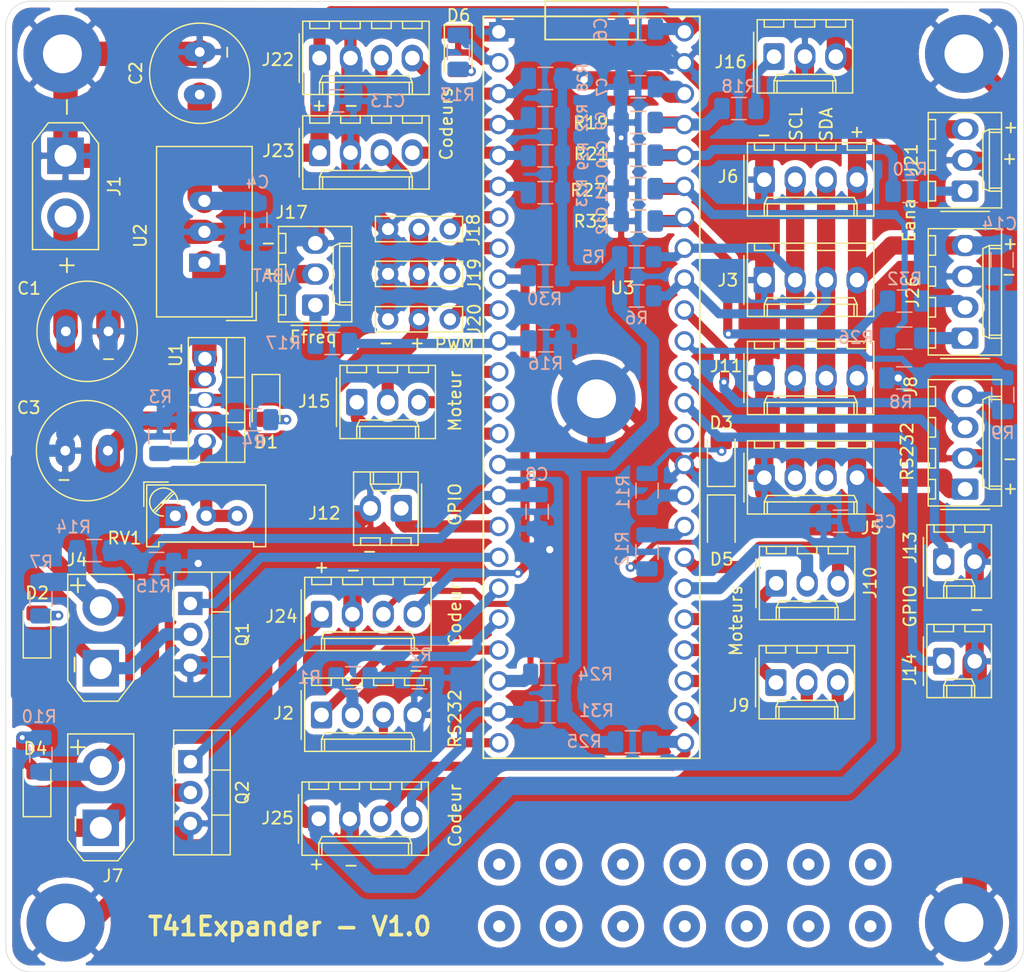
<source format=kicad_pcb>
(kicad_pcb (version 20171130) (host pcbnew 5.1.2-f72e74a~84~ubuntu18.04.1)
  (layers (0 F.Cu signal) (31 B.Cu signal) (34 B.Paste user) (35 F.Paste user) (36 B.SilkS user) (37 F.SilkS user) (38 B.Mask user) (39 F.Mask user) (44 Edge.Cuts user))
  (net 0 "")
  (net 1 /VBAT)
  (net 2 GND)
  (net 3 +5V)
  (net 4 /+Vservo)
  (net 5 +3V3)
  (net 6 /Eana_Vbat)
  (net 7 /Eana1f)
  (net 8 /Eana2f)
  (net 9 /Eana3f)
  (net 10 /Eana4f)
  (net 11 "Net-(D1-Pad2)")
  (net 12 "Net-(D2-Pad1)")
  (net 13 "Net-(D2-Pad2)")
  (net 14 "Net-(D3-Pad2)")
  (net 15 "Net-(D4-Pad1)")
  (net 16 "Net-(D4-Pad2)")
  (net 17 "Net-(D5-Pad2)")
  (net 18 "Net-(D6-Pad2)")
  (net 19 /RS232_1_TX)
  (net 20 /RS232_1_RX)
  (net 21 /RS232_1_GPIO)
  (net 22 /I2C_SCL)
  (net 23 /I2C_SDA)
  (net 24 /RS232_2_RX)
  (net 25 /RS232_2_TX)
  (net 26 /Mot1_Sens1)
  (net 27 /Mot1_Sens2)
  (net 28 /Mot1_PWM)
  (net 29 /Mot2_PWM)
  (net 30 /Mot2_Sens2)
  (net 31 /Mot2_Sens1)
  (net 32 /GPIO1)
  (net 33 /GPIO2)
  (net 34 /GPIO3)
  (net 35 /Mot3_Sens1)
  (net 36 /Mot3_Sens2)
  (net 37 /Mot3_PWM)
  (net 38 /Eana1)
  (net 39 /Efreq)
  (net 40 /SPWM1)
  (net 41 /SPWM2)
  (net 42 /SPWM3)
  (net 43 /Eana2)
  (net 44 /CODER_1_B)
  (net 45 /CODER_1_A)
  (net 46 /CODER_2_A)
  (net 47 /CODER_2_B)
  (net 48 /CODER_3_B)
  (net 49 /CODER_3_A)
  (net 50 /CODER_4_B)
  (net 51 /CODER_4_A)
  (net 52 /Eana4)
  (net 53 /Eana3)
  (net 54 /MOSFET_1)
  (net 55 /MOSFET_2)
  (net 56 "Net-(R1-Pad1)")
  (net 57 "Net-(R3-Pad1)")
  (net 58 "Net-(R8-Pad2)")
  (net 59 /LED1)
  (net 60 /LED2)
  (net 61 /LED3)
  (net 62 /Efreqf)
  (net 63 "Net-(U3-Pad35)")
  (module Teensy:Teensy41_no_internal_pins (layer F.Cu) (at 60.706 44.2976 270)
    (fp_text reference U3 (at -8.16356 -2.54508 180) (layer F.SilkS))
    (fp_text value Teensy4.1)
    (pad 48 thru_hole circle (at -29.21 -7.62 270) (size 1.6 1.6) (drill 1.1) (layers *.Cu *.Mask) (net 3 +5V))
    (pad 47 thru_hole circle (at -26.67 -7.62 270) (size 1.6 1.6) (drill 1.1) (layers *.Cu *.Mask) (net 2 GND))
    (pad 46 thru_hole circle (at -24.13 -7.62 270) (size 1.6 1.6) (drill 1.1) (layers *.Cu *.Mask) (net 5 +3V3))
    (pad 45 thru_hole circle (at -21.59 -7.62 270) (size 1.6 1.6) (drill 1.1) (layers *.Cu *.Mask) (net 7 /Eana1f))
    (pad 44 thru_hole circle (at -19.05 -7.62 270) (size 1.6 1.6) (drill 1.1) (layers *.Cu *.Mask) (net 8 /Eana2f))
    (pad 43 thru_hole circle (at -16.51 -7.62 270) (size 1.6 1.6) (drill 1.1) (layers *.Cu *.Mask) (net 9 /Eana3f))
    (pad 42 thru_hole circle (at -13.97 -7.62 270) (size 1.6 1.6) (drill 1.1) (layers *.Cu *.Mask) (net 10 /Eana4f))
    (pad 41 thru_hole circle (at -11.43 -7.62 270) (size 1.6 1.6) (drill 1.1) (layers *.Cu *.Mask) (net 22 /I2C_SCL))
    (pad 40 thru_hole circle (at -8.89 -7.62 270) (size 1.6 1.6) (drill 1.1) (layers *.Cu *.Mask) (net 23 /I2C_SDA))
    (pad 39 thru_hole circle (at -6.35 -7.62 270) (size 1.6 1.6) (drill 1.1) (layers *.Cu *.Mask) (net 25 /RS232_2_TX))
    (pad 38 thru_hole circle (at -3.81 -7.62 270) (size 1.6 1.6) (drill 1.1) (layers *.Cu *.Mask) (net 58 "Net-(R8-Pad2)"))
    (pad 37 thru_hole circle (at -1.27 -7.62 270) (size 1.6 1.6) (drill 1.1) (layers *.Cu *.Mask) (net 33 /GPIO2))
    (pad 36 thru_hole circle (at 1.27 -7.62 270) (size 1.6 1.6) (drill 1.1) (layers *.Cu *.Mask) (net 34 /GPIO3))
    (pad 35 thru_hole circle (at 3.81 -7.62 270) (size 1.6 1.6) (drill 1.1) (layers *.Cu *.Mask) (net 63 "Net-(U3-Pad35)"))
    (pad 1 thru_hole rect (at -29.21 7.62 270) (size 1.6 1.6) (drill 1.1) (layers *.Cu *.Mask) (net 2 GND))
    (pad 2 thru_hole circle (at -26.67 7.62 270) (size 1.6 1.6) (drill 1.1) (layers *.Cu *.Mask) (net 61 /LED3))
    (pad 3 thru_hole circle (at -24.13 7.62 270) (size 1.6 1.6) (drill 1.1) (layers *.Cu *.Mask) (net 45 /CODER_1_A))
    (pad 4 thru_hole circle (at -21.59 7.62 270) (size 1.6 1.6) (drill 1.1) (layers *.Cu *.Mask) (net 44 /CODER_1_B))
    (pad 5 thru_hole circle (at -19.05 7.62 270) (size 1.6 1.6) (drill 1.1) (layers *.Cu *.Mask) (net 46 /CODER_2_A))
    (pad 6 thru_hole circle (at -16.51 7.62 270) (size 1.6 1.6) (drill 1.1) (layers *.Cu *.Mask) (net 47 /CODER_2_B))
    (pad 7 thru_hole circle (at -13.97 7.62 270) (size 1.6 1.6) (drill 1.1) (layers *.Cu *.Mask) (net 40 /SPWM1))
    (pad 8 thru_hole circle (at -11.43 7.62 270) (size 1.6 1.6) (drill 1.1) (layers *.Cu *.Mask) (net 41 /SPWM2))
    (pad 9 thru_hole circle (at -8.89 7.62 270) (size 1.6 1.6) (drill 1.1) (layers *.Cu *.Mask) (net 49 /CODER_3_A))
    (pad 10 thru_hole circle (at -6.35 7.62 270) (size 1.6 1.6) (drill 1.1) (layers *.Cu *.Mask) (net 42 /SPWM3))
    (pad 11 thru_hole circle (at -3.81 7.62 270) (size 1.6 1.6) (drill 1.1) (layers *.Cu *.Mask) (net 62 /Efreqf))
    (pad 12 thru_hole circle (at -1.27 7.62 270) (size 1.6 1.6) (drill 1.1) (layers *.Cu *.Mask) (net 36 /Mot3_Sens2))
    (pad 13 thru_hole circle (at 1.27 7.62 270) (size 1.6 1.6) (drill 1.1) (layers *.Cu *.Mask) (net 35 /Mot3_Sens1))
    (pad 34 thru_hole circle (at 6.35 -7.62 270) (size 1.6 1.6) (drill 1.1) (layers *.Cu *.Mask) (net 2 GND))
    (pad 33 thru_hole circle (at 8.89 -7.62 270) (size 1.6 1.6) (drill 1.1) (layers *.Cu *.Mask) (net 59 /LED1))
    (pad 32 thru_hole circle (at 11.43 -7.62 270) (size 1.6 1.6) (drill 1.1) (layers *.Cu *.Mask) (net 60 /LED2))
    (pad 31 thru_hole circle (at 13.97 -7.62 270) (size 1.6 1.6) (drill 1.1) (layers *.Cu *.Mask) (net 31 /Mot2_Sens1))
    (pad 30 thru_hole circle (at 16.51 -7.62 270) (size 1.6 1.6) (drill 1.1) (layers *.Cu *.Mask) (net 30 /Mot2_Sens2))
    (pad 29 thru_hole circle (at 19.05 -7.62 270) (size 1.6 1.6) (drill 1.1) (layers *.Cu *.Mask) (net 29 /Mot2_PWM))
    (pad 28 thru_hole circle (at 21.59 -7.62 270) (size 1.6 1.6) (drill 1.1) (layers *.Cu *.Mask) (net 28 /Mot1_PWM))
    (pad 27 thru_hole circle (at 24.13 -7.62 270) (size 1.6 1.6) (drill 1.1) (layers *.Cu *.Mask) (net 27 /Mot1_Sens2))
    (pad 26 thru_hole circle (at 26.67 -7.62 270) (size 1.6 1.6) (drill 1.1) (layers *.Cu *.Mask) (net 26 /Mot1_Sens1))
    (pad 25 thru_hole circle (at 29.21 -7.62 270) (size 1.6 1.6) (drill 1.1) (layers *.Cu *.Mask) (net 50 /CODER_4_B))
    (pad 24 thru_hole circle (at 29.21 7.62 270) (size 1.6 1.6) (drill 1.1) (layers *.Cu *.Mask) (net 21 /RS232_1_GPIO))
    (pad 23 thru_hole circle (at 26.67 7.62 270) (size 1.6 1.6) (drill 1.1) (layers *.Cu *.Mask) (net 51 /CODER_4_A))
    (pad 22 thru_hole circle (at 24.13 7.62 270) (size 1.6 1.6) (drill 1.1) (layers *.Cu *.Mask) (net 48 /CODER_3_B))
    (pad 21 thru_hole circle (at 21.59 7.62 270) (size 1.6 1.6) (drill 1.1) (layers *.Cu *.Mask) (net 19 /RS232_1_TX))
    (pad 14 thru_hole circle (at 3.81 7.62 270) (size 1.6 1.6) (drill 1.1) (layers *.Cu *.Mask) (net 37 /Mot3_PWM))
    (pad 15 thru_hole circle (at 6.35 7.62 270) (size 1.6 1.6) (drill 1.1) (layers *.Cu *.Mask) (net 5 +3V3))
    (pad 16 thru_hole circle (at 8.89 7.62 270) (size 1.6 1.6) (drill 1.1) (layers *.Cu *.Mask) (net 6 /Eana_Vbat))
    (pad 20 thru_hole circle (at 19.05 7.62 270) (size 1.6 1.6) (drill 1.1) (layers *.Cu *.Mask) (net 56 "Net-(R1-Pad1)"))
    (pad 19 thru_hole circle (at 16.51 7.62 270) (size 1.6 1.6) (drill 1.1) (layers *.Cu *.Mask) (net 55 /MOSFET_2))
    (pad 18 thru_hole circle (at 13.97 7.62 270) (size 1.6 1.6) (drill 1.1) (layers *.Cu *.Mask) (net 54 /MOSFET_1))
    (pad 17 thru_hole circle (at 11.43 7.62 270) (size 1.6 1.6) (drill 1.1) (layers *.Cu *.Mask) (net 32 /GPIO1))
  )
  (module MountingHole:MountingHole_3.2mm_M3_Pad (layer F.Cu) (at 61.1124 45.24248)
    (fp_text reference H3 hide)
    (fp_text value MountingHole_Pad)
    (pad 1 thru_hole circle (at 0 0) (size 6.4 6.4) (drill 3.2) (layers *.Cu *.Mask) (net 2 GND))
  )
  (module Connector_Wire:SolderWirePad_1x01_Drill1mm (layer F.Cu) (at 83.60156 88.57996)
    (fp_text reference REF** hide)
    (fp_text value SolderWirePad_1x01_Drill1mm)
    (pad 1 thru_hole circle (at 0 0) (size 2.49936 2.49936) (drill 1.00076) (layers *.Cu *.Mask))
  )
  (module Connector_Wire:SolderWirePad_1x01_Drill1mm (layer F.Cu) (at 78.52156 88.57996)
    (fp_text reference REF** hide)
    (fp_text value SolderWirePad_1x01_Drill1mm)
    (pad 1 thru_hole circle (at 0 0) (size 2.49936 2.49936) (drill 1.00076) (layers *.Cu *.Mask))
  )
  (module Connector_Wire:SolderWirePad_1x01_Drill1mm (layer F.Cu) (at 73.44156 88.57996)
    (fp_text reference REF** hide)
    (fp_text value SolderWirePad_1x01_Drill1mm)
    (pad 1 thru_hole circle (at 0 0) (size 2.49936 2.49936) (drill 1.00076) (layers *.Cu *.Mask))
  )
  (module Connector_Wire:SolderWirePad_1x01_Drill1mm (layer F.Cu) (at 68.36156 88.57996)
    (fp_text reference REF** hide)
    (fp_text value SolderWirePad_1x01_Drill1mm)
    (pad 1 thru_hole circle (at 0 0) (size 2.49936 2.49936) (drill 1.00076) (layers *.Cu *.Mask))
  )
  (module Connector_Wire:SolderWirePad_1x01_Drill1mm (layer F.Cu) (at 63.28156 88.57996)
    (fp_text reference REF** hide)
    (fp_text value SolderWirePad_1x01_Drill1mm)
    (pad 1 thru_hole circle (at 0 0) (size 2.49936 2.49936) (drill 1.00076) (layers *.Cu *.Mask))
  )
  (module Connector_Wire:SolderWirePad_1x01_Drill1mm (layer F.Cu) (at 58.20156 88.57996)
    (fp_text reference REF** hide)
    (fp_text value SolderWirePad_1x01_Drill1mm)
    (pad 1 thru_hole circle (at 0 0) (size 2.49936 2.49936) (drill 1.00076) (layers *.Cu *.Mask))
  )
  (module Connector_Wire:SolderWirePad_1x01_Drill1mm (layer F.Cu) (at 53.12156 88.57996)
    (fp_text reference REF** hide)
    (fp_text value SolderWirePad_1x01_Drill1mm)
    (pad 1 thru_hole circle (at 0 0) (size 2.49936 2.49936) (drill 1.00076) (layers *.Cu *.Mask))
  )
  (module Connector_Wire:SolderWirePad_1x01_Drill1mm (layer F.Cu) (at 83.60156 83.49996)
    (fp_text reference REF** hide)
    (fp_text value SolderWirePad_1x01_Drill1mm)
    (pad 1 thru_hole circle (at 0 0) (size 2.49936 2.49936) (drill 1.00076) (layers *.Cu *.Mask))
  )
  (module Connector_Wire:SolderWirePad_1x01_Drill1mm (layer F.Cu) (at 78.52156 83.49996)
    (fp_text reference REF** hide)
    (fp_text value SolderWirePad_1x01_Drill1mm)
    (pad 1 thru_hole circle (at 0 0) (size 2.49936 2.49936) (drill 1.00076) (layers *.Cu *.Mask))
  )
  (module Connector_Wire:SolderWirePad_1x01_Drill1mm (layer F.Cu) (at 73.44156 83.49996)
    (fp_text reference REF** hide)
    (fp_text value SolderWirePad_1x01_Drill1mm)
    (pad 1 thru_hole circle (at 0 0) (size 2.49936 2.49936) (drill 1.00076) (layers *.Cu *.Mask))
  )
  (module Connector_Wire:SolderWirePad_1x01_Drill1mm (layer F.Cu) (at 68.36156 83.49996)
    (fp_text reference REF** hide)
    (fp_text value SolderWirePad_1x01_Drill1mm)
    (pad 1 thru_hole circle (at 0 0) (size 2.49936 2.49936) (drill 1.00076) (layers *.Cu *.Mask))
  )
  (module Connector_Wire:SolderWirePad_1x01_Drill1mm (layer F.Cu) (at 63.28156 83.49996)
    (fp_text reference REF** hide)
    (fp_text value SolderWirePad_1x01_Drill1mm)
    (pad 1 thru_hole circle (at 0 0) (size 2.49936 2.49936) (drill 1.00076) (layers *.Cu *.Mask))
  )
  (module Connector_Wire:SolderWirePad_1x01_Drill1mm (layer F.Cu) (at 58.20156 83.49996)
    (fp_text reference REF** hide)
    (fp_text value SolderWirePad_1x01_Drill1mm)
    (pad 1 thru_hole circle (at 0 0) (size 2.49936 2.49936) (drill 1.00076) (layers *.Cu *.Mask))
  )
  (module Connector_Wire:SolderWirePad_1x01_Drill1mm (layer F.Cu) (at 53.12156 83.49996)
    (fp_text reference REF** hide)
    (fp_text value SolderWirePad_1x01_Drill1mm)
    (pad 1 thru_hole circle (at 0 0) (size 2.49936 2.49936) (drill 1.00076) (layers *.Cu *.Mask))
  )
  (module Passive:C_Radial_D8.0mm_H11.5mm_P3.50mm (layer F.Cu) (at 17.526 39.7002)
    (fp_text reference C1 (at -3.0226 -3.5306) (layer F.SilkS))
    (fp_text value 220u)
    (pad 1 thru_hole oval (at 0 0) (size 1.6 2.6) (drill 0.8) (layers *.Cu *.Mask) (net 1 /VBAT))
    (pad 2 thru_hole oval (at 3.5 0) (size 1.6 2.6) (drill 0.8) (layers *.Cu *.Mask) (net 2 GND))
  )
  (module Passive:C_Radial_D8.0mm_H11.5mm_P3.50mm (layer F.Cu) (at 28.5242 20.2438 90)
    (fp_text reference C2 (at 1.75 -5.25 90) (layer F.SilkS))
    (fp_text value 220u)
    (pad 2 thru_hole oval (at 3.5 0 90) (size 1.6 2.6) (drill 0.8) (layers *.Cu *.Mask) (net 2 GND))
    (pad 1 thru_hole oval (at 0 0 90) (size 1.6 2.6) (drill 0.8) (layers *.Cu *.Mask) (net 3 +5V))
  )
  (module Passive:C_Radial_D8.0mm_H11.5mm_P3.50mm (layer F.Cu) (at 20.9804 49.5046 180)
    (fp_text reference C3 (at 6.5024 3.5306) (layer F.SilkS))
    (fp_text value 220u)
    (pad 2 thru_hole oval (at 3.5 0 180) (size 1.6 2.6) (drill 0.8) (layers *.Cu *.Mask) (net 2 GND))
    (pad 1 thru_hole oval (at 0 0 180) (size 1.6 2.6) (drill 0.8) (layers *.Cu *.Mask) (net 4 /+Vservo))
  )
  (module Capacitor_SMD:C_1206_3216Metric (layer B.Cu) (at 33.14192 30.54604 270)
    (fp_text reference C4 (at -3.10388 -0.13208 180) (layer B.SilkS) (effects (justify mirror)))
    (fp_text value 100n)
    (pad 1 smd roundrect (at -1.4 0 270) (size 1.25 1.75) (layers B.Cu B.Paste B.Mask) (roundrect_rratio 0.2) (net 3 +5V))
    (pad 2 smd roundrect (at 1.4 0 270) (size 1.25 1.75) (layers B.Cu B.Paste B.Mask) (roundrect_rratio 0.2) (net 2 GND))
  )
  (module Capacitor_SMD:C_1206_3216Metric (layer B.Cu) (at 81.16316 55.30088 180)
    (fp_text reference C5 (at -3.62204 -0.05588) (layer B.SilkS) (effects (justify mirror)))
    (fp_text value 47u)
    (pad 1 smd roundrect (at -1.4 0 180) (size 1.25 1.75) (layers B.Cu B.Paste B.Mask) (roundrect_rratio 0.2) (net 3 +5V))
    (pad 2 smd roundrect (at 1.4 0 180) (size 1.25 1.75) (layers B.Cu B.Paste B.Mask) (roundrect_rratio 0.2) (net 2 GND))
  )
  (module Capacitor_SMD:C_1206_3216Metric (layer B.Cu) (at 64.55664 14.859 180)
    (fp_text reference C6 (at 3.10896 -0.01016 90) (layer B.SilkS) (effects (justify mirror)))
    (fp_text value 100n)
    (pad 2 smd roundrect (at 1.4 0 180) (size 1.25 1.75) (layers B.Cu B.Paste B.Mask) (roundrect_rratio 0.2) (net 2 GND))
    (pad 1 smd roundrect (at -1.4 0 180) (size 1.25 1.75) (layers B.Cu B.Paste B.Mask) (roundrect_rratio 0.2) (net 3 +5V))
  )
  (module Capacitor_SMD:C_1206_3216Metric (layer B.Cu) (at 64.53632 19.60372 180)
    (fp_text reference C7 (at 2.97688 -0.0254 90) (layer B.SilkS) (effects (font (size 0.8 0.8)) (justify mirror)))
    (fp_text value 100n)
    (pad 2 smd roundrect (at 1.4 0 180) (size 1.25 1.75) (layers B.Cu B.Paste B.Mask) (roundrect_rratio 0.2) (net 2 GND))
    (pad 1 smd roundrect (at -1.4 0 180) (size 1.25 1.75) (layers B.Cu B.Paste B.Mask) (roundrect_rratio 0.2) (net 5 +3V3))
  )
  (module Capacitor_SMD:C_1206_3216Metric (layer B.Cu) (at 56.2356 54.51856 90)
    (fp_text reference C8 (at 3.06832 -0.0254) (layer B.SilkS) (effects (justify mirror)))
    (fp_text value Value)
    (pad 2 smd roundrect (at 1.4 0 90) (size 1.25 1.75) (layers B.Cu B.Paste B.Mask) (roundrect_rratio 0.2) (net 6 /Eana_Vbat))
    (pad 1 smd roundrect (at -1.4 0 90) (size 1.25 1.75) (layers B.Cu B.Paste B.Mask) (roundrect_rratio 0.2) (net 2 GND))
  )
  (module Capacitor_SMD:C_1206_3216Metric (layer B.Cu) (at 64.53632 22.5298)
    (fp_text reference C9 (at -3.0734 -0.127 90) (layer B.SilkS) (effects (font (size 0.8 0.8) (thickness 0.125)) (justify mirror)))
    (fp_text value Value)
    (pad 1 smd roundrect (at -1.4 0) (size 1.25 1.75) (layers B.Cu B.Paste B.Mask) (roundrect_rratio 0.2) (net 2 GND))
    (pad 2 smd roundrect (at 1.4 0) (size 1.25 1.75) (layers B.Cu B.Paste B.Mask) (roundrect_rratio 0.2) (net 7 /Eana1f))
  )
  (module Capacitor_SMD:C_1206_3216Metric (layer B.Cu) (at 64.53632 25.22728)
    (fp_text reference C10 (at -2.9718 -0.06604 90) (layer B.SilkS) (effects (font (size 0.8 0.8)) (justify mirror)))
    (fp_text value Value)
    (pad 2 smd roundrect (at 1.4 0) (size 1.25 1.75) (layers B.Cu B.Paste B.Mask) (roundrect_rratio 0.2) (net 8 /Eana2f))
    (pad 1 smd roundrect (at -1.4 0) (size 1.25 1.75) (layers B.Cu B.Paste B.Mask) (roundrect_rratio 0.2) (net 2 GND))
  )
  (module Capacitor_SMD:C_1206_3216Metric (layer B.Cu) (at 64.53632 27.97048)
    (fp_text reference C11 (at -2.999961 -0.047321 90) (layer B.SilkS) (effects (font (size 0.8 0.8)) (justify mirror)))
    (fp_text value Value)
    (pad 1 smd roundrect (at -1.4 0) (size 1.25 1.75) (layers B.Cu B.Paste B.Mask) (roundrect_rratio 0.2) (net 2 GND))
    (pad 2 smd roundrect (at 1.4 0) (size 1.25 1.75) (layers B.Cu B.Paste B.Mask) (roundrect_rratio 0.2) (net 9 /Eana3f))
  )
  (module Capacitor_SMD:C_1206_3216Metric (layer B.Cu) (at 64.53632 30.62732)
    (fp_text reference C12 (at -2.99212 -0.01524 90) (layer B.SilkS) (effects (font (size 0.8 0.8)) (justify mirror)))
    (fp_text value Value)
    (pad 2 smd roundrect (at 1.4 0) (size 1.25 1.75) (layers B.Cu B.Paste B.Mask) (roundrect_rratio 0.2) (net 10 /Eana4f))
    (pad 1 smd roundrect (at -1.4 0) (size 1.25 1.75) (layers B.Cu B.Paste B.Mask) (roundrect_rratio 0.2) (net 2 GND))
  )
  (module Capacitor_SMD:C_1206_3216Metric (layer B.Cu) (at 39.74892 20.76196)
    (fp_text reference C13 (at 4.22356 0) (layer B.SilkS) (effects (justify mirror)))
    (fp_text value 47u)
    (pad 1 smd roundrect (at -1.4 0) (size 1.25 1.75) (layers B.Cu B.Paste B.Mask) (roundrect_rratio 0.2) (net 3 +5V))
    (pad 2 smd roundrect (at 1.4 0) (size 1.25 1.75) (layers B.Cu B.Paste B.Mask) (roundrect_rratio 0.2) (net 2 GND))
  )
  (module Capacitor_SMD:C_1206_3216Metric (layer B.Cu) (at 94.41688 33.83072 90)
    (fp_text reference C14 (at 2.95956 -0.19812 180) (layer B.SilkS) (effects (justify mirror)))
    (fp_text value 47u)
    (pad 1 smd roundrect (at -1.4 0 90) (size 1.25 1.75) (layers B.Cu B.Paste B.Mask) (roundrect_rratio 0.2) (net 2 GND))
    (pad 2 smd roundrect (at 1.4 0 90) (size 1.25 1.75) (layers B.Cu B.Paste B.Mask) (roundrect_rratio 0.2) (net 3 +5V))
  )
  (module LED_SMD:LED_1206_3216Metric (layer F.Cu) (at 33.96996 45.52996 270)
    (fp_text reference D1 (at 3.26852 -0.03048 180) (layer F.SilkS))
    (fp_text value LED)
    (pad 2 smd roundrect (at 1.4 0 270) (size 1.25 1.75) (layers F.Cu F.Paste F.Mask) (roundrect_rratio 0.2) (net 11 "Net-(D1-Pad2)"))
    (pad 1 smd roundrect (at -1.4 0 270) (size 1.25 1.75) (layers F.Cu F.Paste F.Mask) (roundrect_rratio 0.2) (net 2 GND))
  )
  (module LED_SMD:LED_1206_3216Metric (layer F.Cu) (at 15.1638 64.25692 90)
    (fp_text reference D2 (at 3.05816 0 180) (layer F.SilkS))
    (fp_text value LED)
    (pad 1 smd roundrect (at -1.4 0 90) (size 1.25 1.75) (layers F.Cu F.Paste F.Mask) (roundrect_rratio 0.2) (net 12 "Net-(D2-Pad1)"))
    (pad 2 smd roundrect (at 1.4 0 90) (size 1.25 1.75) (layers F.Cu F.Paste F.Mask) (roundrect_rratio 0.2) (net 13 "Net-(D2-Pad2)"))
  )
  (module LED_SMD:LED_1206_3216Metric (layer F.Cu) (at 71.35368 50.15784 90)
    (fp_text reference D3 (at 2.93832 0 180) (layer F.SilkS))
    (fp_text value LED)
    (pad 2 smd roundrect (at 1.4 0 90) (size 1.25 1.75) (layers F.Cu F.Paste F.Mask) (roundrect_rratio 0.2) (net 14 "Net-(D3-Pad2)"))
    (pad 1 smd roundrect (at -1.4 0 90) (size 1.25 1.75) (layers F.Cu F.Paste F.Mask) (roundrect_rratio 0.2) (net 2 GND))
  )
  (module LED_SMD:LED_1206_3216Metric (layer F.Cu) (at 15.1638 77.29428 90)
    (fp_text reference D4 (at 3.31424 -0.13716 180) (layer F.SilkS))
    (fp_text value LED)
    (pad 1 smd roundrect (at -1.4 0 90) (size 1.25 1.75) (layers F.Cu F.Paste F.Mask) (roundrect_rratio 0.2) (net 15 "Net-(D4-Pad1)"))
    (pad 2 smd roundrect (at 1.4 0 90) (size 1.25 1.75) (layers F.Cu F.Paste F.Mask) (roundrect_rratio 0.2) (net 16 "Net-(D4-Pad2)"))
  )
  (module LED_SMD:LED_1206_3216Metric (layer F.Cu) (at 71.35876 55.43088 270)
    (fp_text reference D5 (at 2.9942 -0.03048 180) (layer F.SilkS))
    (fp_text value LED)
    (pad 1 smd roundrect (at -1.4 0 270) (size 1.25 1.75) (layers F.Cu F.Paste F.Mask) (roundrect_rratio 0.2) (net 2 GND))
    (pad 2 smd roundrect (at 1.4 0 270) (size 1.25 1.75) (layers F.Cu F.Paste F.Mask) (roundrect_rratio 0.2) (net 17 "Net-(D5-Pad2)"))
  )
  (module LED_SMD:LED_1206_3216Metric (layer F.Cu) (at 49.74844 16.7864 270)
    (fp_text reference D6 (at -3.03484 -0.03556 180) (layer F.SilkS))
    (fp_text value LED)
    (pad 2 smd roundrect (at 1.4 0 270) (size 1.25 1.75) (layers F.Cu F.Paste F.Mask) (roundrect_rratio 0.2) (net 18 "Net-(D6-Pad2)"))
    (pad 1 smd roundrect (at -1.4 0 270) (size 1.25 1.75) (layers F.Cu F.Paste F.Mask) (roundrect_rratio 0.2) (net 2 GND))
  )
  (module MountingHole:MountingHole_3.2mm_M3_Pad (layer F.Cu) (at 17.50568 88.28532)
    (fp_text reference H1 hide)
    (fp_text value MountingHole_Pad)
    (pad 1 thru_hole circle (at 0 0) (size 6.4 6.4) (drill 3.2) (layers *.Cu *.Mask) (net 2 GND))
  )
  (module MountingHole:MountingHole_3.2mm_M3_Pad (layer F.Cu) (at 17.2466 16.89608)
    (fp_text reference H2 hide)
    (fp_text value MountingHole_Pad hide)
    (pad 1 thru_hole circle (at 0 0) (size 6.4 6.4) (drill 3.2) (layers *.Cu *.Mask) (net 2 GND))
  )
  (module MountingHole:MountingHole_3.2mm_M3_Pad (layer F.Cu) (at 91.2876 88.28532)
    (fp_text reference H3 hide)
    (fp_text value MountingHole_Pad)
    (pad 1 thru_hole circle (at 0 0) (size 6.4 6.4) (drill 3.2) (layers *.Cu *.Mask) (net 2 GND))
  )
  (module MountingHole:MountingHole_3.2mm_M3_Pad (layer F.Cu) (at 91.2876 16.89608)
    (fp_text reference H4 hide)
    (fp_text value MountingHole_Pad)
    (pad 1 thru_hole circle (at 0 0) (size 6.4 6.4) (drill 3.2) (layers *.Cu *.Mask) (net 2 GND))
  )
  (module Connector_AMASS:AMASS_XT30UPB-M_1x02_P5.0mm_Vertical (layer F.Cu) (at 17.5006 25.273 270)
    (fp_text reference J1 (at 2.5 -4 90) (layer F.SilkS))
    (fp_text value Conn_XT30)
    (fp_text user - (at -4 0 90) (layer F.SilkS) (effects (font (size 1.5 1.5))))
    (fp_text user + (at 9 0 90) (layer F.SilkS) (effects (font (size 1.5 1.5))))
    (pad 1 thru_hole rect (at 0 0 270) (size 3 3) (drill 1.8) (layers *.Cu *.Mask) (net 2 GND))
    (pad 2 thru_hole circle (at 5 0 270) (size 3 3) (drill 1.8) (layers *.Cu *.Mask) (net 1 /VBAT))
  )
  (module Connector_Molex:Molex_KK-254_AE-6410-04A_1x04_P2.54mm_Vertical (layer F.Cu) (at 38.52672 71.2216)
    (fp_text reference J2 (at -3.1242 -0.14224) (layer F.SilkS))
    (fp_text value Conn_01x04)
    (pad 1 thru_hole roundrect (at 0 0) (size 1.74 2.2) (drill 1.2) (layers *.Cu *.Mask) (roundrect_rratio 0.143678) (net 19 /RS232_1_TX))
    (pad 2 thru_hole oval (at 2.54 0) (size 1.74 2.2) (drill 1.2) (layers *.Cu *.Mask) (net 20 /RS232_1_RX))
    (pad 3 thru_hole oval (at 5.08 0) (size 1.74 2.2) (drill 1.2) (layers *.Cu *.Mask) (net 21 /RS232_1_GPIO))
    (pad 4 thru_hole oval (at 7.62 0) (size 1.74 2.2) (drill 1.2) (layers *.Cu *.Mask) (net 2 GND))
  )
  (module Connector_Molex:Molex_KK-254_AE-6410-04A_1x04_P2.54mm_Vertical (layer F.Cu) (at 74.887961 35.4838)
    (fp_text reference J3 (at -2.99212 0.01524) (layer F.SilkS))
    (fp_text value Conn_01x04)
    (pad 1 thru_hole roundrect (at 0 0) (size 1.74 2.2) (drill 1.2) (layers *.Cu *.Mask) (roundrect_rratio 0.143678) (net 2 GND))
    (pad 2 thru_hole oval (at 2.54 0) (size 1.74 2.2) (drill 1.2) (layers *.Cu *.Mask) (net 22 /I2C_SCL))
    (pad 3 thru_hole oval (at 5.08 0) (size 1.74 2.2) (drill 1.2) (layers *.Cu *.Mask) (net 23 /I2C_SDA))
    (pad 4 thru_hole oval (at 7.62 0) (size 1.74 2.2) (drill 1.2) (layers *.Cu *.Mask) (net 3 +5V))
  )
  (module XT30:AMASS_XT30UPB-F_1x02_P5.0mm_Vertical (layer F.Cu) (at 20.3962 67.38112 90)
    (fp_text reference J4 (at 8.90524 -1.96088 180) (layer F.SilkS))
    (fp_text value Conn_XT30F)
    (fp_text user + (at 6.81228 -1.99644 90) (layer F.SilkS) (effects (font (size 1.5 1.5))))
    (fp_text user - (at 0.29972 -2.27076 90) (layer F.SilkS) (effects (font (size 1.5 1.5))))
    (pad 1 thru_hole rect (at 0 0 90) (size 3 3) (drill 1.8) (layers *.Cu *.Mask) (net 12 "Net-(D2-Pad1)"))
    (pad 2 thru_hole circle (at 5 0 90) (size 3 3) (drill 1.8) (layers *.Cu *.Mask) (net 1 /VBAT))
  )
  (module Connector_Molex:Molex_KK-254_AE-6410-04A_1x04_P2.54mm_Vertical (layer F.Cu) (at 74.887961 51.722481)
    (fp_text reference J5 (at 8.784719 4.137199) (layer F.SilkS))
    (fp_text value Conn_01x04)
    (pad 4 thru_hole oval (at 7.62 0) (size 1.74 2.2) (drill 1.2) (layers *.Cu *.Mask) (net 3 +5V))
    (pad 3 thru_hole oval (at 5.08 0) (size 1.74 2.2) (drill 1.2) (layers *.Cu *.Mask) (net 23 /I2C_SDA))
    (pad 2 thru_hole oval (at 2.54 0) (size 1.74 2.2) (drill 1.2) (layers *.Cu *.Mask) (net 22 /I2C_SCL))
    (pad 1 thru_hole roundrect (at 0 0) (size 1.74 2.2) (drill 1.2) (layers *.Cu *.Mask) (roundrect_rratio 0.143678) (net 2 GND))
  )
  (module Connector_Molex:Molex_KK-254_AE-6410-04A_1x04_P2.54mm_Vertical (layer F.Cu) (at 74.887961 27.23388)
    (fp_text reference J6 (at -2.96672 -0.254) (layer F.SilkS))
    (fp_text value Conn_01x04)
    (pad 4 thru_hole oval (at 7.62 0) (size 1.74 2.2) (drill 1.2) (layers *.Cu *.Mask) (net 3 +5V))
    (pad 3 thru_hole oval (at 5.08 0) (size 1.74 2.2) (drill 1.2) (layers *.Cu *.Mask) (net 23 /I2C_SDA))
    (pad 2 thru_hole oval (at 2.54 0) (size 1.74 2.2) (drill 1.2) (layers *.Cu *.Mask) (net 22 /I2C_SCL))
    (pad 1 thru_hole roundrect (at 0 0) (size 1.74 2.2) (drill 1.2) (layers *.Cu *.Mask) (roundrect_rratio 0.143678) (net 2 GND))
  )
  (module XT30:AMASS_XT30UPB-F_1x02_P5.0mm_Vertical (layer F.Cu) (at 20.3962 80.4926 90)
    (fp_text reference J7 (at -3.95224 1.00076 180) (layer F.SilkS))
    (fp_text value Conn_XT30F)
    (fp_text user - (at 0.3302 -2.19456 90) (layer F.SilkS) (effects (font (size 1.5 1.5))))
    (fp_text user + (at 6.62432 -1.99136 90) (layer F.SilkS) (effects (font (size 1.5 1.5))))
    (pad 2 thru_hole circle (at 5 0 90) (size 3 3) (drill 1.8) (layers *.Cu *.Mask) (net 1 /VBAT))
    (pad 1 thru_hole rect (at 0 0 90) (size 3 3) (drill 1.8) (layers *.Cu *.Mask) (net 15 "Net-(D4-Pad1)"))
  )
  (module Connector_Molex:Molex_KK-254_AE-6410-04A_1x04_P2.54mm_Vertical (layer F.Cu) (at 91.38412 52.66944 90)
    (fp_text reference J8 (at 8.44296 -4.46532 90) (layer F.SilkS))
    (fp_text value Conn_01x04)
    (pad 4 thru_hole oval (at 7.62 0 90) (size 1.74 2.2) (drill 1.2) (layers *.Cu *.Mask) (net 24 /RS232_2_RX))
    (pad 3 thru_hole oval (at 5.08 0 90) (size 1.74 2.2) (drill 1.2) (layers *.Cu *.Mask) (net 25 /RS232_2_TX))
    (pad 2 thru_hole oval (at 2.54 0 90) (size 1.74 2.2) (drill 1.2) (layers *.Cu *.Mask) (net 2 GND))
    (pad 1 thru_hole roundrect (at 0 0 90) (size 1.74 2.2) (drill 1.2) (layers *.Cu *.Mask) (roundrect_rratio 0.143678) (net 3 +5V))
  )
  (module Connector_Molex:Molex_KK-254_AE-6410-04A_1x04_P2.54mm_Vertical (layer F.Cu) (at 74.887961 43.55084)
    (fp_text reference J11 (at -3.127881 -1.01092) (layer F.SilkS))
    (fp_text value Conn_01x04)
    (pad 1 thru_hole roundrect (at 0 0) (size 1.74 2.2) (drill 1.2) (layers *.Cu *.Mask) (roundrect_rratio 0.143678) (net 2 GND))
    (pad 2 thru_hole oval (at 2.54 0) (size 1.74 2.2) (drill 1.2) (layers *.Cu *.Mask) (net 22 /I2C_SCL))
    (pad 3 thru_hole oval (at 5.08 0) (size 1.74 2.2) (drill 1.2) (layers *.Cu *.Mask) (net 23 /I2C_SDA))
    (pad 4 thru_hole oval (at 7.62 0) (size 1.74 2.2) (drill 1.2) (layers *.Cu *.Mask) (net 3 +5V))
  )
  (module Connector_Molex:Molex_KK-254_AE-6410-02A_1x02_P2.54mm_Vertical (layer F.Cu) (at 45.07992 54.24424 180)
    (fp_text reference J12 (at 6.3246 -0.4064) (layer F.SilkS))
    (fp_text value Conn_01x02)
    (pad 1 thru_hole roundrect (at 0 0 180) (size 1.74 2.2) (drill 1.2) (layers *.Cu *.Mask) (roundrect_rratio 0.143678) (net 32 /GPIO1))
    (pad 2 thru_hole oval (at 2.54 0 180) (size 1.74 2.2) (drill 1.2) (layers *.Cu *.Mask) (net 2 GND))
  )
  (module Connector_Molex:Molex_KK-254_AE-6410-02A_1x02_P2.54mm_Vertical (layer F.Cu) (at 89.62644 58.62828)
    (fp_text reference J13 (at -2.7686 -1.16332 90) (layer F.SilkS))
    (fp_text value Conn_01x02)
    (pad 2 thru_hole oval (at 2.54 0) (size 1.74 2.2) (drill 1.2) (layers *.Cu *.Mask) (net 2 GND))
    (pad 1 thru_hole roundrect (at 0 0) (size 1.74 2.2) (drill 1.2) (layers *.Cu *.Mask) (roundrect_rratio 0.143678) (net 33 /GPIO2))
  )
  (module Connector_Molex:Molex_KK-254_AE-6410-02A_1x02_P2.54mm_Vertical (layer F.Cu) (at 89.62644 66.80708)
    (fp_text reference J14 (at -2.78892 0.67056 90) (layer F.SilkS))
    (fp_text value Conn_01x02)
    (pad 1 thru_hole roundrect (at 0 0) (size 1.74 2.2) (drill 1.2) (layers *.Cu *.Mask) (roundrect_rratio 0.143678) (net 34 /GPIO3))
    (pad 2 thru_hole oval (at 2.54 0) (size 1.74 2.2) (drill 1.2) (layers *.Cu *.Mask) (net 2 GND))
  )
  (module Connector_Molex:Molex_KK-254_AE-6410-03A_1x03_P2.54mm_Vertical (layer F.Cu) (at 75.68692 17.12468)
    (fp_text reference J16 (at -3.55092 0.43688) (layer F.SilkS))
    (fp_text value Conn_01x03)
    (pad 3 thru_hole oval (at 5.08 0) (size 1.74 2.2) (drill 1.2) (layers *.Cu *.Mask) (net 3 +5V))
    (pad 2 thru_hole oval (at 2.54 0) (size 1.74 2.2) (drill 1.2) (layers *.Cu *.Mask) (net 2 GND))
    (pad 1 thru_hole roundrect (at 0 0) (size 1.74 2.2) (drill 1.2) (layers *.Cu *.Mask) (roundrect_rratio 0.143678) (net 38 /Eana1))
  )
  (module Connector_Molex:Molex_KK-254_AE-6410-03A_1x03_P2.54mm_Vertical (layer F.Cu) (at 38.0238 37.5412 90)
    (fp_text reference J17 (at 7.62 -1.9558 180) (layer F.SilkS))
    (fp_text value Conn_01x03)
    (pad 1 thru_hole roundrect (at 0 0 90) (size 1.74 2.2) (drill 1.2) (layers *.Cu *.Mask) (roundrect_rratio 0.143678) (net 39 /Efreq))
    (pad 2 thru_hole oval (at 2.54 0 90) (size 1.74 2.2) (drill 1.2) (layers *.Cu *.Mask) (net 1 /VBAT))
    (pad 3 thru_hole oval (at 5.08 0 90) (size 1.74 2.2) (drill 1.2) (layers *.Cu *.Mask) (net 2 GND))
  )
  (module Servomotors:Servomotor-3x254 (layer F.Cu) (at 49.0728 31.2928 180)
    (fp_text reference J18 (at -1.9304 -0.0762 90) (layer F.SilkS))
    (fp_text value Conn_01x03)
    (pad 1 thru_hole circle (at 0 0 180) (size 1.7 1.7) (drill 1) (layers *.Cu *.Mask) (net 40 /SPWM1))
    (pad 2 thru_hole circle (at 2.54 0 180) (size 1.7 1.7) (drill 1) (layers *.Cu *.Mask) (net 4 /+Vservo))
    (pad 3 thru_hole circle (at 5.08 0 180) (size 1.7 1.7) (drill 1) (layers *.Cu *.Mask) (net 2 GND))
  )
  (module Servomotors:Servomotor-3x254 (layer F.Cu) (at 49.0728 34.9758 180)
    (fp_text reference J19 (at -2.0066 -0.0508 90) (layer F.SilkS))
    (fp_text value Conn_01x03)
    (pad 3 thru_hole circle (at 5.08 0 180) (size 1.7 1.7) (drill 1) (layers *.Cu *.Mask) (net 2 GND))
    (pad 2 thru_hole circle (at 2.54 0 180) (size 1.7 1.7) (drill 1) (layers *.Cu *.Mask) (net 4 /+Vservo))
    (pad 1 thru_hole circle (at 0 0 180) (size 1.7 1.7) (drill 1) (layers *.Cu *.Mask) (net 41 /SPWM2))
  )
  (module Servomotors:Servomotor-3x254 (layer F.Cu) (at 49.0728 38.7096 180)
    (fp_text reference J20 (at -2.0066 -0.0254 90) (layer F.SilkS))
    (fp_text value Conn_01x03)
    (pad 3 thru_hole circle (at 5.08 0 180) (size 1.7 1.7) (drill 1) (layers *.Cu *.Mask) (net 2 GND))
    (pad 2 thru_hole circle (at 2.54 0 180) (size 1.7 1.7) (drill 1) (layers *.Cu *.Mask) (net 4 /+Vservo))
    (pad 1 thru_hole circle (at 0 0 180) (size 1.7 1.7) (drill 1) (layers *.Cu *.Mask) (net 42 /SPWM3))
  )
  (module Connector_Molex:Molex_KK-254_AE-6410-03A_1x03_P2.54mm_Vertical (layer F.Cu) (at 91.38412 28.17876 90)
    (fp_text reference J21 (at 2.58572 -4.41452 90) (layer F.SilkS))
    (fp_text value Conn_01x03)
    (pad 1 thru_hole roundrect (at 0 0 90) (size 1.74 2.2) (drill 1.2) (layers *.Cu *.Mask) (roundrect_rratio 0.143678) (net 43 /Eana2))
    (pad 2 thru_hole oval (at 2.54 0 90) (size 1.74 2.2) (drill 1.2) (layers *.Cu *.Mask) (net 2 GND))
    (pad 3 thru_hole oval (at 5.08 0 90) (size 1.74 2.2) (drill 1.2) (layers *.Cu *.Mask) (net 3 +5V))
  )
  (module Connector_Molex:Molex_KK-254_AE-6410-04A_1x04_P2.54mm_Vertical (layer F.Cu) (at 38.36416 17.2466)
    (fp_text reference J22 (at -3.429 0.127) (layer F.SilkS))
    (fp_text value Conn_01x04)
    (pad 1 thru_hole roundrect (at 0 0) (size 1.74 2.2) (drill 1.2) (layers *.Cu *.Mask) (roundrect_rratio 0.143678) (net 3 +5V))
    (pad 2 thru_hole oval (at 2.54 0) (size 1.74 2.2) (drill 1.2) (layers *.Cu *.Mask) (net 2 GND))
    (pad 3 thru_hole oval (at 5.08 0) (size 1.74 2.2) (drill 1.2) (layers *.Cu *.Mask) (net 44 /CODER_1_B))
    (pad 4 thru_hole oval (at 7.62 0) (size 1.74 2.2) (drill 1.2) (layers *.Cu *.Mask) (net 45 /CODER_1_A))
  )
  (module Connector_Molex:Molex_KK-254_AE-6410-04A_1x04_P2.54mm_Vertical (layer F.Cu) (at 38.36416 25.019)
    (fp_text reference J23 (at -3.3782 -0.1524) (layer F.SilkS))
    (fp_text value Conn_01x04)
    (pad 4 thru_hole oval (at 7.62 0) (size 1.74 2.2) (drill 1.2) (layers *.Cu *.Mask) (net 46 /CODER_2_A))
    (pad 3 thru_hole oval (at 5.08 0) (size 1.74 2.2) (drill 1.2) (layers *.Cu *.Mask) (net 47 /CODER_2_B))
    (pad 2 thru_hole oval (at 2.54 0) (size 1.74 2.2) (drill 1.2) (layers *.Cu *.Mask) (net 2 GND))
    (pad 1 thru_hole roundrect (at 0 0) (size 1.74 2.2) (drill 1.2) (layers *.Cu *.Mask) (roundrect_rratio 0.143678) (net 3 +5V))
  )
  (module Connector_Molex:Molex_KK-254_AE-6410-04A_1x04_P2.54mm_Vertical (layer F.Cu) (at 38.52672 62.9412)
    (fp_text reference J24 (at -3.29692 0.18288) (layer F.SilkS))
    (fp_text value Conn_01x04)
    (pad 1 thru_hole roundrect (at 0 0) (size 1.74 2.2) (drill 1.2) (layers *.Cu *.Mask) (roundrect_rratio 0.143678) (net 3 +5V))
    (pad 2 thru_hole oval (at 2.54 0) (size 1.74 2.2) (drill 1.2) (layers *.Cu *.Mask) (net 2 GND))
    (pad 3 thru_hole oval (at 5.08 0) (size 1.74 2.2) (drill 1.2) (layers *.Cu *.Mask) (net 48 /CODER_3_B))
    (pad 4 thru_hole oval (at 7.62 0) (size 1.74 2.2) (drill 1.2) (layers *.Cu *.Mask) (net 49 /CODER_3_A))
  )
  (module Connector_Molex:Molex_KK-254_AE-6410-04A_1x04_P2.54mm_Vertical (layer F.Cu) (at 38.3032 79.76108)
    (fp_text reference J25 (at -3.38836 -0.06604) (layer F.SilkS))
    (fp_text value Conn_01x04)
    (pad 1 thru_hole roundrect (at 0 0) (size 1.74 2.2) (drill 1.2) (layers *.Cu *.Mask) (roundrect_rratio 0.143678) (net 3 +5V))
    (pad 2 thru_hole oval (at 2.54 0) (size 1.74 2.2) (drill 1.2) (layers *.Cu *.Mask) (net 2 GND))
    (pad 3 thru_hole oval (at 5.08 0) (size 1.74 2.2) (drill 1.2) (layers *.Cu *.Mask) (net 50 /CODER_4_B))
    (pad 4 thru_hole oval (at 7.62 0) (size 1.74 2.2) (drill 1.2) (layers *.Cu *.Mask) (net 51 /CODER_4_A))
  )
  (module Connector_Molex:Molex_KK-254_AE-6410-04A_1x04_P2.54mm_Vertical (layer F.Cu) (at 91.38412 40.26408 90)
    (fp_text reference J26 (at 3.81508 -4.30784 90) (layer F.SilkS))
    (fp_text value Conn_01x04)
    (pad 4 thru_hole oval (at 7.62 0 90) (size 1.74 2.2) (drill 1.2) (layers *.Cu *.Mask) (net 3 +5V))
    (pad 3 thru_hole oval (at 5.08 0 90) (size 1.74 2.2) (drill 1.2) (layers *.Cu *.Mask) (net 2 GND))
    (pad 2 thru_hole oval (at 2.54 0 90) (size 1.74 2.2) (drill 1.2) (layers *.Cu *.Mask) (net 52 /Eana4))
    (pad 1 thru_hole roundrect (at 0 0 90) (size 1.74 2.2) (drill 1.2) (layers *.Cu *.Mask) (roundrect_rratio 0.143678) (net 53 /Eana3))
  )
  (module Package_TO_SOT_THT:TO-220-3_Vertical (layer F.Cu) (at 27.75712 62.06236 270)
    (fp_text reference Q1 (at 2.54 -4.27 90) (layer F.SilkS))
    (fp_text value BTS117)
    (pad 1 thru_hole rect (at 0 0 270) (size 1.905 2) (drill 1.1) (layers *.Cu *.Mask) (net 54 /MOSFET_1))
    (pad 2 thru_hole oval (at 2.54 0 270) (size 1.905 2) (drill 1.1) (layers *.Cu *.Mask) (net 12 "Net-(D2-Pad1)"))
    (pad 3 thru_hole oval (at 5.08 0 270) (size 1.905 2) (drill 1.1) (layers *.Cu *.Mask) (net 2 GND))
  )
  (module Package_TO_SOT_THT:TO-220-3_Vertical (layer F.Cu) (at 27.75712 75.057 270)
    (fp_text reference Q2 (at 2.54 -4.27 90) (layer F.SilkS))
    (fp_text value BTS117)
    (pad 3 thru_hole oval (at 5.08 0 270) (size 1.905 2) (drill 1.1) (layers *.Cu *.Mask) (net 2 GND))
    (pad 2 thru_hole oval (at 2.54 0 270) (size 1.905 2) (drill 1.1) (layers *.Cu *.Mask) (net 15 "Net-(D4-Pad1)"))
    (pad 1 thru_hole rect (at 0 0 270) (size 1.905 2) (drill 1.1) (layers *.Cu *.Mask) (net 55 /MOSFET_2))
  )
  (module Resistor_SMD:R_1206_3216Metric (layer B.Cu) (at 41.11244 68.16852 180)
    (fp_text reference R1 (at 3.58648 0.03048) (layer B.SilkS) (effects (justify mirror)))
    (fp_text value 10k)
    (pad 1 smd roundrect (at -1.4 0 180) (size 1.25 1.75) (layers B.Cu B.Paste B.Mask) (roundrect_rratio 0.2) (net 56 "Net-(R1-Pad1)"))
    (pad 2 smd roundrect (at 1.4 0 180) (size 1.25 1.75) (layers B.Cu B.Paste B.Mask) (roundrect_rratio 0.2) (net 20 /RS232_1_RX))
  )
  (module Resistor_SMD:R_1206_3216Metric (layer B.Cu) (at 46.57136 68.16852 180)
    (fp_text reference R2 (at -0.06304 1.88468) (layer B.SilkS) (effects (justify mirror)))
    (fp_text value 18k)
    (pad 2 smd roundrect (at 1.4 0 180) (size 1.25 1.75) (layers B.Cu B.Paste B.Mask) (roundrect_rratio 0.2) (net 56 "Net-(R1-Pad1)"))
    (pad 1 smd roundrect (at -1.4 0 180) (size 1.25 1.75) (layers B.Cu B.Paste B.Mask) (roundrect_rratio 0.2) (net 2 GND))
  )
  (module Resistor_SMD:R_1206_3216Metric (layer B.Cu) (at 25.2476 48.3362 90)
    (fp_text reference R3 (at 3.2512 0.0508 180) (layer B.SilkS) (effects (justify mirror)))
    (fp_text value 220)
    (pad 1 smd roundrect (at -1.4 0 90) (size 1.25 1.75) (layers B.Cu B.Paste B.Mask) (roundrect_rratio 0.2) (net 57 "Net-(R3-Pad1)"))
    (pad 2 smd roundrect (at 1.4 0 90) (size 1.25 1.75) (layers B.Cu B.Paste B.Mask) (roundrect_rratio 0.2) (net 2 GND))
  )
  (module Resistor_SMD:R_1206_3216Metric (layer B.Cu) (at 32.94888 46.95952)
    (fp_text reference R4 (at 0 1.82) (layer B.SilkS) (effects (justify mirror)))
    (fp_text value 470)
    (pad 1 smd roundrect (at -1.4 0) (size 1.25 1.75) (layers B.Cu B.Paste B.Mask) (roundrect_rratio 0.2) (net 4 /+Vservo))
    (pad 2 smd roundrect (at 1.4 0) (size 1.25 1.75) (layers B.Cu B.Paste B.Mask) (roundrect_rratio 0.2) (net 11 "Net-(D1-Pad2)"))
  )
  (module Resistor_SMD:R_1206_3216Metric (layer B.Cu) (at 64.40424 33.57372)
    (fp_text reference R5 (at -3.54076 0.01016) (layer B.SilkS) (effects (justify mirror)))
    (fp_text value 4.7k)
    (pad 2 smd roundrect (at 1.4 0) (size 1.25 1.75) (layers B.Cu B.Paste B.Mask) (roundrect_rratio 0.2) (net 22 /I2C_SCL))
    (pad 1 smd roundrect (at -1.4 0) (size 1.25 1.75) (layers B.Cu B.Paste B.Mask) (roundrect_rratio 0.2) (net 5 +3V3))
  )
  (module Resistor_SMD:R_1206_3216Metric (layer B.Cu) (at 64.40424 36.78936)
    (fp_text reference R6 (at 0 1.82) (layer B.SilkS) (effects (justify mirror)))
    (fp_text value 4.7k)
    (pad 2 smd roundrect (at 1.4 0) (size 1.25 1.75) (layers B.Cu B.Paste B.Mask) (roundrect_rratio 0.2) (net 23 /I2C_SDA))
    (pad 1 smd roundrect (at -1.4 0) (size 1.25 1.75) (layers B.Cu B.Paste B.Mask) (roundrect_rratio 0.2) (net 5 +3V3))
  )
  (module Resistor_SMD:R_1206_3216Metric (layer B.Cu) (at 15.47876 61.68436 90)
    (fp_text reference R7 (at 3.0256 0.03048 180) (layer B.SilkS) (effects (justify mirror)))
    (fp_text value R)
    (pad 2 smd roundrect (at 1.4 0 90) (size 1.25 1.75) (layers B.Cu B.Paste B.Mask) (roundrect_rratio 0.2) (net 1 /VBAT))
    (pad 1 smd roundrect (at -1.4 0 90) (size 1.25 1.75) (layers B.Cu B.Paste B.Mask) (roundrect_rratio 0.2) (net 13 "Net-(D2-Pad2)"))
  )
  (module Resistor_SMD:R_1206_3216Metric (layer B.Cu) (at 86.34984 43.52544)
    (fp_text reference R8 (at -0.24384 1.9812 180) (layer B.SilkS) (effects (justify mirror)))
    (fp_text value 18k)
    (pad 1 smd roundrect (at -1.4 0) (size 1.25 1.75) (layers B.Cu B.Paste B.Mask) (roundrect_rratio 0.2) (net 2 GND))
    (pad 2 smd roundrect (at 1.4 0) (size 1.25 1.75) (layers B.Cu B.Paste B.Mask) (roundrect_rratio 0.2) (net 58 "Net-(R8-Pad2)"))
  )
  (module Resistor_SMD:R_1206_3216Metric (layer B.Cu) (at 94.47276 44.9072 90)
    (fp_text reference R9 (at -3.13436 0 180) (layer B.SilkS) (effects (justify mirror)))
    (fp_text value 10k)
    (pad 2 smd roundrect (at 1.4 0 90) (size 1.25 1.75) (layers B.Cu B.Paste B.Mask) (roundrect_rratio 0.2) (net 58 "Net-(R8-Pad2)"))
    (pad 1 smd roundrect (at -1.4 0 90) (size 1.25 1.75) (layers B.Cu B.Paste B.Mask) (roundrect_rratio 0.2) (net 24 /RS232_2_RX))
  )
  (module Resistor_SMD:R_1206_3216Metric (layer B.Cu) (at 15.47876 74.48504 270)
    (fp_text reference R10 (at -3.13136 0.14224 180) (layer B.SilkS) (effects (justify mirror)))
    (fp_text value R)
    (pad 2 smd roundrect (at 1.4 0 270) (size 1.25 1.75) (layers B.Cu B.Paste B.Mask) (roundrect_rratio 0.2) (net 1 /VBAT))
    (pad 1 smd roundrect (at -1.4 0 270) (size 1.25 1.75) (layers B.Cu B.Paste B.Mask) (roundrect_rratio 0.2) (net 16 "Net-(D4-Pad2)"))
  )
  (module Resistor_SMD:R_1206_3216Metric (layer B.Cu) (at 65.26276 52.7782 90)
    (fp_text reference R11 (at -0.15032 -1.96596 90) (layer B.SilkS) (effects (justify mirror)))
    (fp_text value 470)
    (pad 2 smd roundrect (at 1.4 0 90) (size 1.25 1.75) (layers B.Cu B.Paste B.Mask) (roundrect_rratio 0.2) (net 14 "Net-(D3-Pad2)"))
    (pad 1 smd roundrect (at -1.4 0 90) (size 1.25 1.75) (layers B.Cu B.Paste B.Mask) (roundrect_rratio 0.2) (net 59 /LED1))
  )
  (module Resistor_SMD:R_1206_3216Metric (layer B.Cu) (at 65.25768 57.81756 270)
    (fp_text reference R12 (at -0.25608 2.03708 90) (layer B.SilkS) (effects (justify mirror)))
    (fp_text value 470)
    (pad 1 smd roundrect (at -1.4 0 270) (size 1.25 1.75) (layers B.Cu B.Paste B.Mask) (roundrect_rratio 0.2) (net 60 /LED2))
    (pad 2 smd roundrect (at 1.4 0 270) (size 1.25 1.75) (layers B.Cu B.Paste B.Mask) (roundrect_rratio 0.2) (net 17 "Net-(D5-Pad2)"))
  )
  (module Resistor_SMD:R_1206_3216Metric (layer B.Cu) (at 49.76368 16.761 270)
    (fp_text reference R13 (at 3.49804 0.08128 180) (layer B.SilkS) (effects (justify mirror)))
    (fp_text value 470)
    (pad 1 smd roundrect (at -1.4 0 270) (size 1.25 1.75) (layers B.Cu B.Paste B.Mask) (roundrect_rratio 0.2) (net 61 /LED3))
    (pad 2 smd roundrect (at 1.4 0 270) (size 1.25 1.75) (layers B.Cu B.Paste B.Mask) (roundrect_rratio 0.2) (net 18 "Net-(D6-Pad2)"))
  )
  (module Resistor_SMD:R_1206_3216Metric (layer B.Cu) (at 19.85264 57.71388)
    (fp_text reference R14 (at -1.69672 -1.9304) (layer B.SilkS) (effects (justify mirror)))
    (fp_text value R)
    (pad 1 smd roundrect (at -1.4 0) (size 1.25 1.75) (layers B.Cu B.Paste B.Mask) (roundrect_rratio 0.2) (net 1 /VBAT))
    (pad 2 smd roundrect (at 1.4 0) (size 1.25 1.75) (layers B.Cu B.Paste B.Mask) (roundrect_rratio 0.2) (net 6 /Eana_Vbat))
  )
  (module Resistor_SMD:R_1206_3216Metric (layer B.Cu) (at 24.97836 58.77052)
    (fp_text reference R15 (at -0.24892 1.86436) (layer B.SilkS) (effects (justify mirror)))
    (fp_text value R)
    (pad 2 smd roundrect (at 1.4 0) (size 1.25 1.75) (layers B.Cu B.Paste B.Mask) (roundrect_rratio 0.2) (net 2 GND))
    (pad 1 smd roundrect (at -1.4 0) (size 1.25 1.75) (layers B.Cu B.Paste B.Mask) (roundrect_rratio 0.2) (net 6 /Eana_Vbat))
  )
  (module Resistor_SMD:R_1206_3216Metric (layer B.Cu) (at 56.96204 40.47744 180)
    (fp_text reference R16 (at 0.03048 -1.86436 180) (layer B.SilkS) (effects (justify mirror)))
    (fp_text value 1.8k)
    (pad 2 smd roundrect (at 1.4 0 180) (size 1.25 1.75) (layers B.Cu B.Paste B.Mask) (roundrect_rratio 0.2) (net 62 /Efreqf))
    (pad 1 smd roundrect (at -1.4 0 180) (size 1.25 1.75) (layers B.Cu B.Paste B.Mask) (roundrect_rratio 0.2) (net 2 GND))
  )
  (module Resistor_SMD:R_1206_3216Metric (layer B.Cu) (at 39.41272 40.69588)
    (fp_text reference R17 (at -4.0356 -0.03556) (layer B.SilkS) (effects (justify mirror)))
    (fp_text value 4.7k)
    (pad 1 smd roundrect (at -1.4 0) (size 1.25 1.75) (layers B.Cu B.Paste B.Mask) (roundrect_rratio 0.2) (net 39 /Efreq))
    (pad 2 smd roundrect (at 1.4 0) (size 1.25 1.75) (layers B.Cu B.Paste B.Mask) (roundrect_rratio 0.2) (net 62 /Efreqf))
  )
  (module Resistor_SMD:R_1206_3216Metric (layer B.Cu) (at 72.80656 21.39188 180)
    (fp_text reference R18 (at 0 1.82) (layer B.SilkS) (effects (justify mirror)))
    (fp_text value R)
    (pad 1 smd roundrect (at -1.4 0 180) (size 1.25 1.75) (layers B.Cu B.Paste B.Mask) (roundrect_rratio 0.2) (net 38 /Eana1))
    (pad 2 smd roundrect (at 1.4 0 180) (size 1.25 1.75) (layers B.Cu B.Paste B.Mask) (roundrect_rratio 0.2) (net 7 /Eana1f))
  )
  (module Resistor_SMD:R_1206_3216Metric (layer F.Cu) (at 64.53632 22.53996 180)
    (fp_text reference R19 (at 3.90144 -0.03048) (layer F.SilkS))
    (fp_text value R)
    (pad 2 smd roundrect (at 1.4 0 180) (size 1.25 1.75) (layers F.Cu F.Paste F.Mask) (roundrect_rratio 0.2) (net 2 GND))
    (pad 1 smd roundrect (at -1.4 0 180) (size 1.25 1.75) (layers F.Cu F.Paste F.Mask) (roundrect_rratio 0.2) (net 7 /Eana1f))
  )
  (module Resistor_SMD:R_1206_3216Metric (layer B.Cu) (at 86.86292 28.20416 180)
    (fp_text reference R20 (at 0 1.82) (layer B.SilkS) (effects (justify mirror)))
    (fp_text value R)
    (pad 2 smd roundrect (at 1.4 0 180) (size 1.25 1.75) (layers B.Cu B.Paste B.Mask) (roundrect_rratio 0.2) (net 8 /Eana2f))
    (pad 1 smd roundrect (at -1.4 0 180) (size 1.25 1.75) (layers B.Cu B.Paste B.Mask) (roundrect_rratio 0.2) (net 43 /Eana2))
  )
  (module Resistor_SMD:R_1206_3216Metric (layer F.Cu) (at 64.53632 25.22728 180)
    (fp_text reference R21 (at 3.84556 0.10668 180) (layer F.SilkS))
    (fp_text value R)
    (pad 1 smd roundrect (at -1.4 0 180) (size 1.25 1.75) (layers F.Cu F.Paste F.Mask) (roundrect_rratio 0.2) (net 8 /Eana2f))
    (pad 2 smd roundrect (at 1.4 0 180) (size 1.25 1.75) (layers F.Cu F.Paste F.Mask) (roundrect_rratio 0.2) (net 2 GND))
  )
  (module Resistor_SMD:R_1206_3216Metric (layer B.Cu) (at 56.91332 22.13864 180)
    (fp_text reference R22 (at -3.04084 -0.03048 270) (layer B.SilkS) (effects (font (size 0.8 0.8)) (justify mirror)))
    (fp_text value 10k)
    (pad 1 smd roundrect (at -1.4 0 180) (size 1.25 1.75) (layers B.Cu B.Paste B.Mask) (roundrect_rratio 0.2) (net 5 +3V3))
    (pad 2 smd roundrect (at 1.4 0 180) (size 1.25 1.75) (layers B.Cu B.Paste B.Mask) (roundrect_rratio 0.2) (net 44 /CODER_1_B))
  )
  (module Resistor_SMD:R_1206_3216Metric (layer B.Cu) (at 56.91332 28.30576 180)
    (fp_text reference R23 (at -3.01036 -0.0254 270) (layer B.SilkS) (effects (font (size 0.8 0.8)) (justify mirror)))
    (fp_text value 10k)
    (pad 2 smd roundrect (at 1.4 0 180) (size 1.25 1.75) (layers B.Cu B.Paste B.Mask) (roundrect_rratio 0.2) (net 47 /CODER_2_B))
    (pad 1 smd roundrect (at -1.4 0 180) (size 1.25 1.75) (layers B.Cu B.Paste B.Mask) (roundrect_rratio 0.2) (net 5 +3V3))
  )
  (module Resistor_SMD:R_1206_3216Metric (layer B.Cu) (at 57.10636 67.87388 180)
    (fp_text reference R24 (at -3.9116 0) (layer B.SilkS) (effects (justify mirror)))
    (fp_text value 10k)
    (pad 1 smd roundrect (at -1.4 0 180) (size 1.25 1.75) (layers B.Cu B.Paste B.Mask) (roundrect_rratio 0.2) (net 5 +3V3))
    (pad 2 smd roundrect (at 1.4 0 180) (size 1.25 1.75) (layers B.Cu B.Paste B.Mask) (roundrect_rratio 0.2) (net 48 /CODER_3_B))
  )
  (module Resistor_SMD:R_1206_3216Metric (layer B.Cu) (at 64.07704 73.4314)
    (fp_text reference R25 (at -3.97256 -0.03556) (layer B.SilkS) (effects (justify mirror)))
    (fp_text value 10k)
    (pad 1 smd roundrect (at -1.4 0) (size 1.25 1.75) (layers B.Cu B.Paste B.Mask) (roundrect_rratio 0.2) (net 5 +3V3))
    (pad 2 smd roundrect (at 1.4 0) (size 1.25 1.75) (layers B.Cu B.Paste B.Mask) (roundrect_rratio 0.2) (net 50 /CODER_4_B))
  )
  (module Resistor_SMD:R_1206_3216Metric (layer B.Cu) (at 86.41588 40.25392 180)
    (fp_text reference R26 (at 4.00812 0.04064) (layer B.SilkS) (effects (justify mirror)))
    (fp_text value R)
    (pad 1 smd roundrect (at -1.4 0 180) (size 1.25 1.75) (layers B.Cu B.Paste B.Mask) (roundrect_rratio 0.2) (net 53 /Eana3))
    (pad 2 smd roundrect (at 1.4 0 180) (size 1.25 1.75) (layers B.Cu B.Paste B.Mask) (roundrect_rratio 0.2) (net 9 /Eana3f))
  )
  (module Resistor_SMD:R_1206_3216Metric (layer F.Cu) (at 64.53632 27.9908 180)
    (fp_text reference R27 (at 4.13004 -0.11684) (layer F.SilkS))
    (fp_text value R)
    (pad 2 smd roundrect (at 1.4 0 180) (size 1.25 1.75) (layers F.Cu F.Paste F.Mask) (roundrect_rratio 0.2) (net 2 GND))
    (pad 1 smd roundrect (at -1.4 0 180) (size 1.25 1.75) (layers F.Cu F.Paste F.Mask) (roundrect_rratio 0.2) (net 9 /Eana3f))
  )
  (module Resistor_SMD:R_1206_3216Metric (layer B.Cu) (at 56.91332 18.91792 180)
    (fp_text reference R28 (at -3.05608 0.0508 90) (layer B.SilkS) (effects (font (size 0.8 0.8)) (justify mirror)))
    (fp_text value 10k)
    (pad 2 smd roundrect (at 1.4 0 180) (size 1.25 1.75) (layers B.Cu B.Paste B.Mask) (roundrect_rratio 0.2) (net 45 /CODER_1_A))
    (pad 1 smd roundrect (at -1.4 0 180) (size 1.25 1.75) (layers B.Cu B.Paste B.Mask) (roundrect_rratio 0.2) (net 5 +3V3))
  )
  (module Resistor_SMD:R_1206_3216Metric (layer B.Cu) (at 56.91332 25.27808 180)
    (fp_text reference R29 (at -3.11196 -0.0254 270) (layer B.SilkS) (effects (font (size 0.8 0.8)) (justify mirror)))
    (fp_text value 10k)
    (pad 1 smd roundrect (at -1.4 0 180) (size 1.25 1.75) (layers B.Cu B.Paste B.Mask) (roundrect_rratio 0.2) (net 5 +3V3))
    (pad 2 smd roundrect (at 1.4 0 180) (size 1.25 1.75) (layers B.Cu B.Paste B.Mask) (roundrect_rratio 0.2) (net 46 /CODER_2_A))
  )
  (module Resistor_SMD:R_1206_3216Metric (layer B.Cu) (at 56.91332 35.13328 180)
    (fp_text reference R30 (at 0.06812 -1.905) (layer B.SilkS) (effects (justify mirror)))
    (fp_text value 10k)
    (pad 2 smd roundrect (at 1.4 0 180) (size 1.25 1.75) (layers B.Cu B.Paste B.Mask) (roundrect_rratio 0.2) (net 49 /CODER_3_A))
    (pad 1 smd roundrect (at -1.4 0 180) (size 1.25 1.75) (layers B.Cu B.Paste B.Mask) (roundrect_rratio 0.2) (net 5 +3V3))
  )
  (module Resistor_SMD:R_1206_3216Metric (layer B.Cu) (at 57.10636 70.96252 180)
    (fp_text reference R31 (at -3.9908 0.09144) (layer B.SilkS) (effects (justify mirror)))
    (fp_text value 10k)
    (pad 2 smd roundrect (at 1.4 0 180) (size 1.25 1.75) (layers B.Cu B.Paste B.Mask) (roundrect_rratio 0.2) (net 51 /CODER_4_A))
    (pad 1 smd roundrect (at -1.4 0 180) (size 1.25 1.75) (layers B.Cu B.Paste B.Mask) (roundrect_rratio 0.2) (net 5 +3V3))
  )
  (module Resistor_SMD:R_1206_3216Metric (layer B.Cu) (at 86.41588 37.211 180)
    (fp_text reference R32 (at 0 1.82) (layer B.SilkS) (effects (justify mirror)))
    (fp_text value R)
    (pad 1 smd roundrect (at -1.4 0 180) (size 1.25 1.75) (layers B.Cu B.Paste B.Mask) (roundrect_rratio 0.2) (net 52 /Eana4))
    (pad 2 smd roundrect (at 1.4 0 180) (size 1.25 1.75) (layers B.Cu B.Paste B.Mask) (roundrect_rratio 0.2) (net 10 /Eana4f))
  )
  (module Resistor_SMD:R_1206_3216Metric (layer F.Cu) (at 64.53632 30.6324 180)
    (fp_text reference R33 (at 3.867321 -0.025679) (layer F.SilkS))
    (fp_text value R)
    (pad 1 smd roundrect (at -1.4 0 180) (size 1.25 1.75) (layers F.Cu F.Paste F.Mask) (roundrect_rratio 0.2) (net 10 /Eana4f))
    (pad 2 smd roundrect (at 1.4 0 180) (size 1.25 1.75) (layers F.Cu F.Paste F.Mask) (roundrect_rratio 0.2) (net 2 GND))
  )
  (module Potentiometers:Potentiometer_Trimmer_Bourns_PV36W (layer F.Cu) (at 26.5176 54.864)
    (fp_text reference RV1 (at -4.1656 1.8288) (layer F.SilkS))
    (fp_text value 2k)
    (pad 1 thru_hole rect (at 0 0 180) (size 1.62 1.62) (drill 0.9) (layers *.Cu *.Mask) (net 4 /+Vservo))
    (pad 2 thru_hole circle (at 2.54 0 180) (size 1.62 1.62) (drill 0.9) (layers *.Cu *.Mask) (net 57 "Net-(R3-Pad1)"))
    (pad 3 thru_hole circle (at 5.08 0 180) (size 1.62 1.62) (drill 0.9) (layers *.Cu *.Mask) (net 57 "Net-(R3-Pad1)"))
  )
  (module Package_TO_SOT_THT:TO-220-5_Vertical (layer F.Cu) (at 28.956 41.9354 270)
    (fp_text reference U1 (at -0.3048 2.39776 90) (layer F.SilkS))
    (fp_text value MIC29502WT)
    (pad 1 thru_hole rect (at 0 0 270) (size 1.275 1.8) (drill 1.1) (layers *.Cu *.Mask) (net 1 /VBAT))
    (pad 2 thru_hole oval (at 1.7 0 270) (size 1.275 1.8) (drill 1.1) (layers *.Cu *.Mask) (net 1 /VBAT))
    (pad 3 thru_hole oval (at 3.4 0 270) (size 1.275 1.8) (drill 1.1) (layers *.Cu *.Mask) (net 2 GND))
    (pad 4 thru_hole oval (at 5.1 0 270) (size 1.275 1.8) (drill 1.1) (layers *.Cu *.Mask) (net 4 /+Vservo))
    (pad 5 thru_hole oval (at 6.8 0 270) (size 1.275 1.8) (drill 1.1) (layers *.Cu *.Mask) (net 57 "Net-(R3-Pad1)"))
  )
  (module Convert_DCDC:Converter_DCDC_TRACO_TSR-2_THT (layer F.Cu) (at 28.9052 34.0614 90)
    (fp_text reference U2 (at 2.22504 -5.2578 90) (layer F.SilkS))
    (fp_text value TSR_2-2450)
    (pad 1 thru_hole rect (at 0 0 90) (size 1.5 2.5) (drill 1) (layers *.Cu *.Mask) (net 1 /VBAT))
    (pad 2 thru_hole oval (at 2.54 0 90) (size 1.5 2.5) (drill 1) (layers *.Cu *.Mask) (net 2 GND))
    (pad 3 thru_hole oval (at 5.08 0 90) (size 1.5 2.5) (drill 1) (layers *.Cu *.Mask) (net 3 +5V))
  )
  (module Connector_Molex:Molex_KK-254_AE-6410-03A_1x03_P2.54mm_Vertical (layer F.Cu) (at 75.8444 68.5546)
    (fp_text reference J9 (at -3.0226 1.8796) (layer F.SilkS))
    (fp_text value Conn_01x04)
    (pad 1 thru_hole roundrect (at 0 0) (size 1.74 2.2) (drill 1.2) (layers *.Cu *.Mask) (roundrect_rratio 0.143678) (net 28 /Mot1_PWM))
    (pad 2 thru_hole oval (at 2.54 0) (size 1.74 2.2) (drill 1.2) (layers *.Cu *.Mask) (net 27 /Mot1_Sens2))
    (pad 3 thru_hole oval (at 5.08 0) (size 1.74 2.2) (drill 1.2) (layers *.Cu *.Mask) (net 26 /Mot1_Sens1))
  )
  (module Connector_Molex:Molex_KK-254_AE-6410-03A_1x03_P2.54mm_Vertical (layer F.Cu) (at 75.8698 60.4012)
    (fp_text reference J10 (at 7.71652 -0.04572 90) (layer F.SilkS))
    (fp_text value Conn_01x04)
    (pad 3 thru_hole oval (at 5.08 0) (size 1.74 2.2) (drill 1.2) (layers *.Cu *.Mask) (net 31 /Mot2_Sens1))
    (pad 2 thru_hole oval (at 2.54 0) (size 1.74 2.2) (drill 1.2) (layers *.Cu *.Mask) (net 30 /Mot2_Sens2))
    (pad 1 thru_hole roundrect (at 0 0) (size 1.74 2.2) (drill 1.2) (layers *.Cu *.Mask) (roundrect_rratio 0.143678) (net 29 /Mot2_PWM))
  )
  (module Connector_Molex:Molex_KK-254_AE-6410-03A_1x03_P2.54mm_Vertical (layer F.Cu) (at 41.42232 45.52188)
    (fp_text reference J15 (at -3.49504 -0.06604 180) (layer F.SilkS))
    (fp_text value Conn_01x04)
    (pad 1 thru_hole roundrect (at 0 0) (size 1.74 2.2) (drill 1.2) (layers *.Cu *.Mask) (roundrect_rratio 0.143678) (net 37 /Mot3_PWM))
    (pad 2 thru_hole oval (at 2.54 0) (size 1.74 2.2) (drill 1.2) (layers *.Cu *.Mask) (net 36 /Mot3_Sens2))
    (pad 3 thru_hole oval (at 5.08 0) (size 1.74 2.2) (drill 1.2) (layers *.Cu *.Mask) (net 35 /Mot3_Sens1))
  )
  (gr_text VBAT (at 34.59988 35.13328) (layer B.SilkS) (effects (font (size 1 1)) (justify mirror)))
  (gr_text + (at 95.03156 25.47112) (layer F.SilkS) (effects (font (size 1 1))))
  (gr_text + (at 38.53688 59.04992) (layer F.SilkS) (effects (font (size 1 1))))
  (gr_text - (at 42.47388 57.73928) (layer F.SilkS) (effects (font (size 1 1))))
  (gr_text - (at 41.148 59.2836) (layer F.SilkS) (effects (font (size 1 1))))
  (gr_text - (at 46.26356 67.52844) (layer F.SilkS) (effects (font (size 1 1))))
  (gr_text - (at 40.94988 83.53552) (layer F.SilkS) (effects (font (size 1 1))))
  (gr_text + (at 38.11016 83.43392) (layer F.SilkS) (effects (font (size 1 1))))
  (gr_text - (at 92.34424 62.52464) (layer F.SilkS) (effects (font (size 1 1))))
  (gr_text + (at 95.10268 52.578) (layer F.SilkS) (effects (font (size 1 1))))
  (gr_text + (at 95.08744 32.4612) (layer F.SilkS) (effects (font (size 1 1))))
  (gr_text + (at 95.13316 22.89048) (layer F.SilkS) (effects (font (size 1 1))))
  (gr_text - (at 95.05696 50.1396) (layer F.SilkS) (effects (font (size 1 1))))
  (gr_text - (at 94.99092 34.98088) (layer F.SilkS) (effects (font (size 1 1))))
  (gr_text + (at 82.50428 23.25624) (layer F.SilkS) (effects (font (size 1 1))))
  (gr_text - (at 74.86396 23.53056) (layer F.SilkS) (effects (font (size 1 1))))
  (gr_text SDA (at 79.97952 22.70252 90) (layer F.SilkS) (effects (font (size 1 1))))
  (gr_text SCL (at 77.51064 22.67712 90) (layer F.SilkS) (effects (font (size 1 1))))
  (gr_text - (at 34.163 32.4104) (layer F.SilkS) (effects (font (size 1 1))))
  (gr_text + (at 34.25444 34.90468) (layer F.SilkS) (effects (font (size 1 1))))
  (gr_text + (at 38.33368 21.09216) (layer F.SilkS) (effects (font (size 1 1))))
  (gr_text - (at 40.96004 21.10232) (layer F.SilkS) (effects (font (size 1 1))))
  (gr_text PWM (at 49.4538 40.77208) (layer F.SilkS) (effects (font (size 1 1))))
  (gr_text + (at 46.39056 40.61968) (layer F.SilkS) (effects (font (size 1 1))))
  (gr_text - (at 43.82008 40.61968) (layer F.SilkS) (effects (font (size 1 1))))
  (gr_text Efreq (at 37.85616 40.16756) (layer F.SilkS) (effects (font (size 1 1))))
  (gr_line (start 94.19336 12.6492) (end 14.6558 12.56792) (layer Edge.Cuts) (width 0.05))
  (gr_line (start 96.20504 90.27668) (end 96.18472 14.64056) (layer Edge.Cuts) (width 0.05))
  (gr_line (start 14.66088 92.33916) (end 94.14256 92.33916) (layer Edge.Cuts) (width 0.05))
  (gr_arc (start 94.14256 90.27668) (end 96.20504 90.27668) (angle 90) (layer Edge.Cuts) (width 0.05))
  (gr_line (start 12.59332 14.6304) (end 12.5984 90.27668) (layer Edge.Cuts) (width 0.05))
  (gr_arc (start 14.66088 90.27668) (end 14.66088 92.33916) (angle 90) (layer Edge.Cuts) (width 0.05))
  (gr_arc (start 94.19336 14.64056) (end 94.19336 12.6492) (angle 90) (layer Edge.Cuts) (width 0.05))
  (gr_arc (start 14.6558 14.6304) (end 12.59332 14.6304) (angle 90) (layer Edge.Cuts) (width 0.05))
  (gr_text GPIO (at 49.48428 53.92928 90) (layer F.SilkS) (effects (font (size 1 1))))
  (gr_text Eana (at 86.78164 30.56128 90) (layer F.SilkS) (effects (font (size 1 1))))
  (gr_text GPIO (at 86.85784 62.2808 90) (layer F.SilkS) (effects (font (size 1 1))))
  (gr_text RS232 (at 86.61908 49.57572 90) (layer F.SilkS) (effects (font (size 1 1))))
  (gr_text Codeur (at 49.48428 79.48676 90) (layer F.SilkS) (effects (font (size 1 1))))
  (gr_text RS232 (at 49.48428 71.52132 90) (layer F.SilkS) (effects (font (size 1 1))))
  (gr_text Codeur (at 49.48428 62.9412 90) (layer F.SilkS) (effects (font (size 1 1))))
  (gr_text Codeurs (at 48.77816 22.65172 90) (layer F.SilkS) (effects (font (size 1 1))))
  (gr_text Moteur (at 49.48428 45.43044 90) (layer F.SilkS) (effects (font (size 1 1))))
  (gr_text Moteurs (at 72.5678 63.4746 90) (layer F.SilkS) (effects (font (size 1 1))))
  (gr_text - (at 30.7086 16.764 90) (layer F.SilkS) (effects (font (size 1 1))))
  (gr_text - (at 21.0312 41.91) (layer F.SilkS) (effects (font (size 1 1))))
  (gr_text - (at 17.3736 51.8414) (layer F.SilkS) (effects (font (size 1 1))))
  (gr_text "T41Expander - V1.0" (at 35.9156 88.5952) (layer F.SilkS) (effects (font (size 1.5 1.5) (thickness 0.3))))
  (segment (start 17.5006 39.6748) (end 17.526 39.7002) (width 2) (layer F.Cu) (net 1))
  (segment (start 17.5006 30.273) (end 17.5006 39.6748) (width 2) (layer F.Cu) (net 1))
  (segment (start 17.526 40.2002) (end 17.51584 40.21036) (width 1.5) (layer F.Cu) (net 1))
  (segment (start 17.526 39.7002) (end 17.526 40.2002) (width 1.5) (layer F.Cu) (net 1))
  (segment (start 17.51584 40.21036) (end 17.51584 42.15892) (width 1.5) (layer F.Cu) (net 1))
  (segment (start 18.99232 43.6354) (end 28.956 43.6354) (width 1.5) (layer F.Cu) (net 1))
  (segment (start 17.51584 42.15892) (end 18.99232 43.6354) (width 1.5) (layer F.Cu) (net 1))
  (segment (start 28.956 43.6354) (end 28.956 41.9354) (width 1.5) (layer F.Cu) (net 1))
  (segment (start 20.3962 62.38112) (end 14.98092 56.96584) (width 1.5) (layer F.Cu) (net 1))
  (segment (start 17.526 42.5002) (end 17.526 39.7002) (width 1.5) (layer F.Cu) (net 1))
  (segment (start 14.98092 45.04528) (end 17.526 42.5002) (width 1.5) (layer F.Cu) (net 1))
  (segment (start 14.98092 56.96584) (end 14.98092 45.04528) (width 1.5) (layer F.Cu) (net 1))
  (segment (start 28.9052 41.8846) (end 28.956 41.9354) (width 2) (layer F.Cu) (net 1))
  (segment (start 29.59608 35.0012) (end 28.9052 34.31032) (width 1.5) (layer F.Cu) (net 1))
  (segment (start 28.9052 34.0614) (end 28.9052 34.31032) (width 2) (layer F.Cu) (net 1))
  (segment (start 38.0238 35.0012) (end 29.59608 35.0012) (width 1.5) (layer F.Cu) (net 1))
  (segment (start 28.9052 34.31032) (end 28.9052 41.8846) (width 2) (layer F.Cu) (net 1))
  (segment (start 20.3962 75.4926) (end 24.4348 71.454) (width 1.5) (layer F.Cu) (net 1))
  (segment (start 24.4348 71.454) (end 24.4348 64.96304) (width 1.5) (layer F.Cu) (net 1))
  (segment (start 24.4348 64.96304) (end 24.38908 64.91732) (width 1.5) (layer F.Cu) (net 1))
  (segment (start 24.38908 64.91732) (end 24.38908 62.82944) (width 1.5) (layer F.Cu) (net 1))
  (segment (start 23.94076 62.38112) (end 20.3962 62.38112) (width 1.5) (layer F.Cu) (net 1))
  (segment (start 24.38908 62.82944) (end 23.94076 62.38112) (width 1.5) (layer F.Cu) (net 1))
  (segment (start 18.29944 60.28436) (end 20.3962 62.38112) (width 1.5) (layer B.Cu) (net 1))
  (segment (start 15.47876 60.28436) (end 18.29944 60.28436) (width 1.5) (layer B.Cu) (net 1))
  (segment (start 18.45264 60.13116) (end 18.29944 60.28436) (width 1.5) (layer B.Cu) (net 1))
  (segment (start 18.45264 57.71388) (end 18.45264 60.13116) (width 1.5) (layer B.Cu) (net 1))
  (segment (start 20.00376 75.88504) (end 20.3962 75.4926) (width 1.5) (layer B.Cu) (net 1))
  (segment (start 15.47876 75.88504) (end 20.00376 75.88504) (width 1.5) (layer B.Cu) (net 1))
  (segment (start 17.5006 17.15008) (end 17.2466 16.89608) (width 2) (layer F.Cu) (net 2))
  (segment (start 17.5006 25.273) (end 17.5006 17.15008) (width 2) (layer F.Cu) (net 2))
  (segment (start 28.37192 16.89608) (end 28.5242 16.7438) (width 2) (layer F.Cu) (net 2))
  (segment (start 17.2466 16.89608) (end 28.37192 16.89608) (width 2) (layer F.Cu) (net 2))
  (segment (start 25.6552 31.5214) (end 28.9052 31.5214) (width 2) (layer F.Cu) (net 2))
  (segment (start 21.026 39.7002) (end 21.026 36.1506) (width 2) (layer F.Cu) (net 2))
  (segment (start 23.88422 28.15662) (end 23.88422 33.29238) (width 2) (layer F.Cu) (net 2))
  (segment (start 21.0006 25.273) (end 23.88422 28.15662) (width 2) (layer F.Cu) (net 2))
  (segment (start 17.5006 25.273) (end 21.0006 25.273) (width 2) (layer F.Cu) (net 2))
  (segment (start 21.026 36.1506) (end 23.88422 33.29238) (width 2) (layer F.Cu) (net 2))
  (segment (start 23.88422 33.29238) (end 25.6552 31.5214) (width 2) (layer F.Cu) (net 2))
  (segment (start 37.084 31.5214) (end 38.0238 32.4612) (width 1.5) (layer F.Cu) (net 2))
  (segment (start 28.9052 31.5214) (end 37.084 31.5214) (width 1.5) (layer F.Cu) (net 2))
  (segment (start 40.90416 17.2466) (end 40.90416 25.019) (width 1.5) (layer F.Cu) (net 2))
  (segment (start 43.9928 31.2928) (end 43.9928 34.9758) (width 1.5) (layer F.Cu) (net 2))
  (segment (start 43.9928 34.9758) (end 43.9928 38.7096) (width 1.5) (layer F.Cu) (net 2))
  (segment (start 26.8484 45.3354) (end 28.956 45.3354) (width 1) (layer B.Cu) (net 2))
  (segment (start 25.2476 46.9362) (end 26.8484 45.3354) (width 1) (layer B.Cu) (net 2))
  (segment (start 17.4804 49.5046) (end 17.4804 48.11764) (width 1) (layer B.Cu) (net 2))
  (segment (start 17.4804 48.11764) (end 18.66392 46.93412) (width 1) (layer B.Cu) (net 2))
  (segment (start 18.666 46.9362) (end 25.2476 46.9362) (width 1) (layer B.Cu) (net 2))
  (segment (start 18.66392 46.93412) (end 18.666 46.9362) (width 1) (layer B.Cu) (net 2))
  (segment (start 53.06152 15.11208) (end 53.086 15.0876) (width 1) (layer F.Cu) (net 2))
  (segment (start 49.74844 15.3864) (end 53.13264 15.3864) (width 1) (layer F.Cu) (net 2))
  (segment (start 40.90416 25.019) (end 40.90416 28.20416) (width 1.5) (layer F.Cu) (net 2))
  (segment (start 39.32664 28.78836) (end 41.48836 28.78836) (width 1.5) (layer F.Cu) (net 2))
  (segment (start 38.0238 30.0912) (end 39.32664 28.78836) (width 1.5) (layer F.Cu) (net 2))
  (segment (start 38.0238 32.4612) (end 38.0238 30.0912) (width 1.5) (layer F.Cu) (net 2))
  (segment (start 40.90416 28.20416) (end 41.48836 28.78836) (width 1.5) (layer F.Cu) (net 2))
  (segment (start 41.48836 28.78836) (end 43.9928 31.2928) (width 1.5) (layer F.Cu) (net 2))
  (segment (start 37.50864 31.94604) (end 38.0238 32.4612) (width 1.5) (layer B.Cu) (net 2))
  (segment (start 33.14192 31.94604) (end 37.50864 31.94604) (width 1.5) (layer B.Cu) (net 2))
  (segment (start 41.14892 17.49136) (end 40.90416 17.2466) (width 1.5) (layer B.Cu) (net 2))
  (segment (start 41.14892 20.76196) (end 41.14892 17.49136) (width 1.5) (layer B.Cu) (net 2))
  (segment (start 40.90416 16.982718) (end 40.894 16.972558) (width 1.5) (layer F.Cu) (net 2))
  (segment (start 40.90416 17.2466) (end 40.90416 16.982718) (width 1.5) (layer F.Cu) (net 2))
  (segment (start 74.887961 27.23388) (end 74.887961 35.4838) (width 1.5) (layer F.Cu) (net 2))
  (segment (start 74.887961 23.063639) (end 74.887961 26.03388) (width 1.5) (layer F.Cu) (net 2))
  (segment (start 74.887961 26.03388) (end 74.887961 27.23388) (width 1.5) (layer F.Cu) (net 2))
  (segment (start 78.22692 17.12468) (end 78.22692 19.72468) (width 1.5) (layer F.Cu) (net 2))
  (segment (start 74.887961 35.4838) (end 74.887961 43.55084) (width 1.5) (layer F.Cu) (net 2))
  (segment (start 74.887961 43.55084) (end 74.887961 51.722481) (width 1.5) (layer F.Cu) (net 2))
  (segment (start 94.37024 35.18408) (end 94.41688 35.23072) (width 1.5) (layer B.Cu) (net 2))
  (segment (start 91.38412 35.18408) (end 94.37024 35.18408) (width 1.5) (layer B.Cu) (net 2))
  (segment (start 92.011194 25.63876) (end 92.051834 25.6794) (width 1.5) (layer F.Cu) (net 2))
  (segment (start 91.38412 25.63876) (end 92.011194 25.63876) (width 1.5) (layer F.Cu) (net 2))
  (segment (start 92.051834 25.6794) (end 93.36532 25.6794) (width 1.5) (layer F.Cu) (net 2))
  (segment (start 93.36532 25.6794) (end 94.68104 26.99512) (width 1.5) (layer F.Cu) (net 2))
  (segment (start 94.68104 26.99512) (end 94.68104 34.57448) (width 1.5) (layer F.Cu) (net 2))
  (segment (start 94.07144 35.18408) (end 91.38412 35.18408) (width 1.5) (layer F.Cu) (net 2))
  (segment (start 94.68104 34.57448) (end 94.07144 35.18408) (width 1.5) (layer F.Cu) (net 2))
  (segment (start 93.98412 50.12944) (end 94.68104 49.43252) (width 1.5) (layer F.Cu) (net 2))
  (segment (start 91.38412 50.12944) (end 93.98412 50.12944) (width 1.5) (layer F.Cu) (net 2))
  (segment (start 92.16644 58.39828) (end 94.68104 55.88368) (width 1.5) (layer F.Cu) (net 2))
  (segment (start 92.16644 58.62828) (end 92.16644 58.39828) (width 1.5) (layer F.Cu) (net 2))
  (segment (start 92.16644 66.80708) (end 92.16644 58.62828) (width 1.5) (layer F.Cu) (net 2))
  (segment (start 58.36204 42.49212) (end 61.1124 45.24248) (width 1.5) (layer B.Cu) (net 2))
  (segment (start 58.36204 40.47744) (end 58.36204 42.49212) (width 1.5) (layer B.Cu) (net 2))
  (segment (start 63.15664 19.5834) (end 63.13632 19.60372) (width 1) (layer B.Cu) (net 2))
  (segment (start 63.13632 19.60372) (end 63.13632 22.5298) (width 1) (layer B.Cu) (net 2))
  (segment (start 63.13632 22.5298) (end 63.13632 25.22728) (width 1) (layer B.Cu) (net 2))
  (segment (start 63.13632 25.22728) (end 63.13632 27.97048) (width 1) (layer B.Cu) (net 2))
  (segment (start 63.13632 27.97048) (end 63.13632 30.62732) (width 1) (layer B.Cu) (net 2))
  (segment (start 94.68104 20.28952) (end 94.69628 20.27428) (width 1.5) (layer F.Cu) (net 2))
  (segment (start 94.68104 26.99512) (end 94.68104 20.28952) (width 1.5) (layer F.Cu) (net 2))
  (segment (start 94.6658 20.27428) (end 91.2876 16.89608) (width 1.5) (layer F.Cu) (net 2))
  (segment (start 94.69628 20.27428) (end 94.6658 20.27428) (width 1.5) (layer F.Cu) (net 2))
  (segment (start 70.89854 20.20014) (end 77.75146 20.20014) (width 1.5) (layer F.Cu) (net 2))
  (segment (start 68.326 17.6276) (end 70.89854 20.20014) (width 1.5) (layer F.Cu) (net 2))
  (segment (start 78.22692 19.72468) (end 77.75146 20.20014) (width 1.5) (layer F.Cu) (net 2))
  (segment (start 77.75146 20.20014) (end 74.887961 23.063639) (width 1.5) (layer F.Cu) (net 2))
  (segment (start 53.3146 14.859) (end 53.086 15.0876) (width 1.5) (layer B.Cu) (net 2))
  (segment (start 63.15664 14.859) (end 53.3146 14.859) (width 1.5) (layer B.Cu) (net 2))
  (segment (start 17.50568 88.28532) (end 19.6088 88.28532) (width 1.5) (layer F.Cu) (net 2))
  (segment (start 25.70734 82.18678) (end 27.75712 80.137) (width 1.5) (layer F.Cu) (net 2))
  (segment (start 19.6088 88.28532) (end 25.70734 82.18678) (width 1.5) (layer F.Cu) (net 2))
  (segment (start 40.8432 81.26984) (end 40.8432 79.76108) (width 1.5) (layer F.Cu) (net 2))
  (segment (start 39.92626 82.18678) (end 40.8432 81.26984) (width 1.5) (layer F.Cu) (net 2))
  (segment (start 21.026 44.57204) (end 17.4804 48.11764) (width 1.5) (layer B.Cu) (net 2))
  (segment (start 21.026 39.7002) (end 21.026 44.57204) (width 1.5) (layer B.Cu) (net 2))
  (segment (start 42.53992 54.24424) (end 41.06672 55.71744) (width 1.5) (layer F.Cu) (net 2))
  (segment (start 69.125999 51.447599) (end 69.821959 51.447599) (width 1) (layer F.Cu) (net 2))
  (segment (start 68.326 50.6476) (end 69.125999 51.447599) (width 1) (layer F.Cu) (net 2))
  (segment (start 69.9322 51.55784) (end 71.35368 51.55784) (width 1) (layer F.Cu) (net 2))
  (segment (start 69.821959 51.447599) (end 69.9322 51.55784) (width 1) (layer F.Cu) (net 2))
  (segment (start 74.72332 51.55784) (end 74.887961 51.722481) (width 1) (layer F.Cu) (net 2))
  (segment (start 71.35368 51.55784) (end 74.72332 51.55784) (width 1) (layer F.Cu) (net 2))
  (segment (start 78.46636 55.30088) (end 79.76316 55.30088) (width 1) (layer B.Cu) (net 2))
  (segment (start 74.887961 51.722481) (end 78.46636 55.30088) (width 1) (layer B.Cu) (net 2))
  (segment (start 32.76452 45.3354) (end 28.956 45.3354) (width 1) (layer F.Cu) (net 2))
  (segment (start 33.96996 44.12996) (end 32.76452 45.3354) (width 1) (layer F.Cu) (net 2))
  (segment (start 66.37467 16.80764) (end 63.15664 16.80764) (width 1) (layer B.Cu) (net 2))
  (segment (start 67.19463 17.6276) (end 66.37467 16.80764) (width 1) (layer B.Cu) (net 2))
  (segment (start 68.326 17.6276) (end 67.19463 17.6276) (width 1) (layer B.Cu) (net 2))
  (segment (start 63.15664 14.859) (end 63.15664 16.80764) (width 1) (layer B.Cu) (net 2))
  (segment (start 63.15664 16.80764) (end 63.15664 19.5834) (width 1) (layer B.Cu) (net 2))
  (segment (start 47.97136 69.39696) (end 46.14672 71.2216) (width 1) (layer B.Cu) (net 2))
  (segment (start 47.97136 68.16852) (end 47.97136 69.39696) (width 1) (layer B.Cu) (net 2))
  (segment (start 45.68348 74.28484) (end 46.14672 73.8216) (width 1.5) (layer B.Cu) (net 2))
  (segment (start 43.347362 74.28484) (end 45.68348 74.28484) (width 1.5) (layer B.Cu) (net 2))
  (segment (start 46.14672 73.8216) (end 46.14672 71.2216) (width 1.5) (layer B.Cu) (net 2))
  (segment (start 40.8432 76.789002) (end 43.347362 74.28484) (width 1.5) (layer B.Cu) (net 2))
  (segment (start 40.8432 79.76108) (end 40.8432 76.789002) (width 1.5) (layer B.Cu) (net 2))
  (segment (start 71.35368 54.0258) (end 71.35876 54.03088) (width 1.5) (layer F.Cu) (net 2))
  (segment (start 71.35368 51.55784) (end 71.35368 54.0258) (width 1.5) (layer F.Cu) (net 2))
  (segment (start 62.92088 45.24248) (end 68.326 50.6476) (width 1) (layer F.Cu) (net 2))
  (segment (start 61.1124 45.24248) (end 62.92088 45.24248) (width 1) (layer F.Cu) (net 2))
  (segment (start 30.86354 67.74878) (end 30.86354 82.18678) (width 1.5) (layer F.Cu) (net 2))
  (segment (start 30.25712 67.14236) (end 30.86354 67.74878) (width 1.5) (layer F.Cu) (net 2))
  (segment (start 25.70734 82.18678) (end 30.86354 82.18678) (width 1.5) (layer F.Cu) (net 2))
  (segment (start 27.75712 67.14236) (end 30.25712 67.14236) (width 1.5) (layer F.Cu) (net 2))
  (segment (start 30.86354 82.18678) (end 39.92626 82.18678) (width 1.5) (layer F.Cu) (net 2))
  (segment (start 30.86354 67.74878) (end 30.86354 64.48298) (width 1.5) (layer F.Cu) (net 2))
  (segment (start 35.7124 59.63412) (end 41.06672 59.63412) (width 1.5) (layer F.Cu) (net 2))
  (segment (start 41.06672 55.71744) (end 41.06672 59.63412) (width 1.5) (layer F.Cu) (net 2))
  (segment (start 41.06672 59.63412) (end 41.06672 62.9412) (width 1.5) (layer F.Cu) (net 2))
  (segment (start 92.16644 87.40648) (end 91.2876 88.28532) (width 2) (layer F.Cu) (net 2))
  (segment (start 92.16644 66.80708) (end 92.16644 87.40648) (width 2) (layer F.Cu) (net 2))
  (segment (start 63.13632 30.6324) (end 63.13632 23.79772) (width 1) (layer F.Cu) (net 2))
  (segment (start 40.90416 15.1466) (end 40.90416 17.2466) (width 1) (layer F.Cu) (net 2))
  (segment (start 40.96316 15.0876) (end 40.90416 15.1466) (width 1) (layer F.Cu) (net 2))
  (segment (start 53.086 15.0876) (end 40.96316 15.0876) (width 1) (layer F.Cu) (net 2))
  (segment (start 74.887961 51.722481) (end 74.887961 51.986363) (width 1.5) (layer F.Cu) (net 2))
  (segment (start 94.68104 55.88368) (end 94.68104 54.737) (width 1.5) (layer F.Cu) (net 2))
  (segment (start 77.638598 54.737) (end 94.68104 54.737) (width 1.5) (layer F.Cu) (net 2))
  (segment (start 94.68104 54.737) (end 94.68104 49.43252) (width 1.5) (layer F.Cu) (net 2))
  (segment (start 76.70248 54.737) (end 77.638598 54.737) (width 1.5) (layer F.Cu) (net 2))
  (segment (start 74.887961 52.922481) (end 76.70248 54.737) (width 1.5) (layer F.Cu) (net 2))
  (segment (start 74.887961 51.722481) (end 74.887961 52.922481) (width 1.5) (layer F.Cu) (net 2))
  (via (at 85.89264 43.5356) (size 1.2) (drill 0.6) (layers F.Cu B.Cu) (net 2))
  (segment (start 84.94984 43.52544) (end 85.88248 43.52544) (width 0.75) (layer B.Cu) (net 2))
  (segment (start 85.88248 43.52544) (end 85.89264 43.5356) (width 0.75) (layer B.Cu) (net 2))
  (segment (start 86.94928 42.47896) (end 94.68104 42.47896) (width 0.75) (layer F.Cu) (net 2))
  (segment (start 85.89264 43.5356) (end 86.94928 42.47896) (width 0.75) (layer F.Cu) (net 2))
  (segment (start 94.68104 49.43252) (end 94.68104 42.47896) (width 1.5) (layer F.Cu) (net 2))
  (segment (start 94.68104 42.47896) (end 94.68104 34.57448) (width 1.5) (layer F.Cu) (net 2))
  (segment (start 26.37836 58.77052) (end 28.3972 58.77052) (width 0.75) (layer B.Cu) (net 2))
  (via (at 28.3972 58.77052) (size 1.2) (drill 0.6) (layers F.Cu B.Cu) (net 2))
  (segment (start 32.24276 62.61608) (end 32.24276 63.10376) (width 0.75) (layer F.Cu) (net 2))
  (segment (start 28.3972 58.77052) (end 32.24276 62.61608) (width 0.75) (layer F.Cu) (net 2))
  (segment (start 30.86354 64.48298) (end 32.24276 63.10376) (width 1.5) (layer F.Cu) (net 2))
  (segment (start 32.24276 63.10376) (end 35.7124 59.63412) (width 1.5) (layer F.Cu) (net 2))
  (segment (start 25.75712 67.14236) (end 27.75712 67.14236) (width 1) (layer B.Cu) (net 2))
  (segment (start 14.15796 49.5046) (end 13.5128 50.14976) (width 1) (layer B.Cu) (net 2))
  (segment (start 17.4804 49.5046) (end 14.15796 49.5046) (width 1) (layer B.Cu) (net 2))
  (segment (start 13.5128 50.14976) (end 13.5128 69.5452) (width 1) (layer B.Cu) (net 2))
  (segment (start 13.5128 69.5452) (end 15.47876 71.51116) (width 1) (layer B.Cu) (net 2))
  (segment (start 15.47876 71.51116) (end 21.38832 71.51116) (width 1) (layer B.Cu) (net 2))
  (segment (start 21.38832 71.51116) (end 25.75712 67.14236) (width 1) (layer B.Cu) (net 2))
  (segment (start 63.13632 23.79772) (end 63.13632 22.53996) (width 1) (layer F.Cu) (net 2))
  (via (at 63.13632 23.79772) (size 0.8) (drill 0.4) (layers F.Cu B.Cu) (net 2))
  (segment (start 61.1124 45.24248) (end 61.1124 53.7972) (width 1.5) (layer F.Cu) (net 2))
  (segment (start 61.1124 53.7972) (end 57.27192 57.63768) (width 1.5) (layer F.Cu) (net 2))
  (via (at 57.27192 57.63768) (size 1.2) (drill 0.6) (layers F.Cu B.Cu) (net 2))
  (segment (start 57.27192 56.95488) (end 56.2356 55.91856) (width 1.5) (layer B.Cu) (net 2))
  (segment (start 57.27192 57.63768) (end 57.27192 56.95488) (width 1.5) (layer B.Cu) (net 2))
  (segment (start 28.5242 28.6004) (end 28.9052 28.9814) (width 2) (layer F.Cu) (net 3))
  (segment (start 38.36416 17.2466) (end 38.36416 25.019) (width 1.5) (layer F.Cu) (net 3))
  (segment (start 38.36416 25.019) (end 30.5816 25.019) (width 1.5) (layer F.Cu) (net 3))
  (segment (start 30.5816 25.019) (end 28.5242 22.9616) (width 1.5) (layer F.Cu) (net 3))
  (segment (start 28.5242 20.2438) (end 28.5242 22.9616) (width 2) (layer F.Cu) (net 3))
  (segment (start 28.5242 22.9616) (end 28.5242 28.6004) (width 2) (layer F.Cu) (net 3))
  (segment (start 32.97728 28.9814) (end 33.14192 29.14604) (width 1.5) (layer B.Cu) (net 3))
  (segment (start 28.9052 28.9814) (end 32.97728 28.9814) (width 1.5) (layer B.Cu) (net 3))
  (segment (start 38.36416 20.74672) (end 38.34892 20.76196) (width 1.5) (layer B.Cu) (net 3))
  (segment (start 38.36416 17.2466) (end 38.36416 20.74672) (width 1.5) (layer B.Cu) (net 3))
  (segment (start 82.507961 27.23388) (end 82.507961 35.4838) (width 1.5) (layer F.Cu) (net 3))
  (segment (start 81.58988 17.12468) (end 80.76692 17.12468) (width 1.5) (layer F.Cu) (net 3))
  (segment (start 82.507961 18.042761) (end 81.58988 17.12468) (width 1.5) (layer F.Cu) (net 3))
  (segment (start 82.507961 51.722481) (end 82.507961 43.55084) (width 1.5) (layer F.Cu) (net 3))
  (segment (start 82.507961 43.55084) (end 82.507961 35.4838) (width 1.5) (layer F.Cu) (net 3))
  (segment (start 85.347681 32.64408) (end 91.38412 32.64408) (width 1.5) (layer F.Cu) (net 3))
  (segment (start 82.507961 35.4838) (end 85.347681 32.64408) (width 1.5) (layer F.Cu) (net 3))
  (segment (start 91.38412 23.09876) (end 85.04936 23.09876) (width 1.5) (layer F.Cu) (net 3))
  (segment (start 85.04936 23.09876) (end 82.507961 20.557361) (width 1.5) (layer F.Cu) (net 3))
  (segment (start 82.507961 20.557361) (end 82.507961 19.881721) (width 1.5) (layer F.Cu) (net 3))
  (segment (start 82.507961 27.23388) (end 82.507961 19.881721) (width 1.5) (layer F.Cu) (net 3))
  (segment (start 82.507961 19.881721) (end 82.507961 18.042761) (width 1.5) (layer F.Cu) (net 3))
  (segment (start 94.20352 32.64408) (end 94.41688 32.43072) (width 1.5) (layer B.Cu) (net 3))
  (segment (start 91.38412 32.64408) (end 94.20352 32.64408) (width 1.5) (layer B.Cu) (net 3))
  (segment (start 82.507961 55.245681) (end 82.56316 55.30088) (width 1.5) (layer B.Cu) (net 3))
  (segment (start 82.507961 51.722481) (end 82.507961 55.245681) (width 1.5) (layer B.Cu) (net 3))
  (segment (start 68.0974 14.859) (end 68.326 15.0876) (width 1) (layer B.Cu) (net 3))
  (segment (start 65.95664 14.859) (end 68.0974 14.859) (width 1) (layer B.Cu) (net 3))
  (segment (start 80.76692 14.52468) (end 80.76692 17.12468) (width 1.5) (layer F.Cu) (net 3))
  (segment (start 80.529841 14.287601) (end 80.76692 14.52468) (width 1.5) (layer F.Cu) (net 3))
  (segment (start 69.125999 14.287601) (end 80.529841 14.287601) (width 1.5) (layer F.Cu) (net 3))
  (segment (start 68.326 15.0876) (end 69.125999 14.287601) (width 1.5) (layer F.Cu) (net 3))
  (segment (start 37.3332 79.76108) (end 35.74796 78.17584) (width 1.5) (layer F.Cu) (net 3))
  (segment (start 38.3032 79.76108) (end 37.3332 79.76108) (width 1.5) (layer F.Cu) (net 3))
  (segment (start 35.74796 65.71996) (end 38.52672 62.9412) (width 1.5) (layer F.Cu) (net 3))
  (segment (start 35.74796 78.17584) (end 35.74796 65.71996) (width 1.5) (layer F.Cu) (net 3))
  (segment (start 66.71564 13.47724) (end 68.326 15.0876) (width 1) (layer F.Cu) (net 3))
  (segment (start 38.36416 17.2466) (end 38.36416 14.42212) (width 1) (layer F.Cu) (net 3))
  (segment (start 38.36416 14.42212) (end 39.30904 13.47724) (width 1) (layer F.Cu) (net 3))
  (segment (start 82.507961 51.722481) (end 89.588801 51.722481) (width 1.5) (layer F.Cu) (net 3))
  (segment (start 90.18412 52.66944) (end 91.38412 52.66944) (width 1.5) (layer F.Cu) (net 3))
  (segment (start 89.588801 52.074121) (end 90.18412 52.66944) (width 1.5) (layer F.Cu) (net 3))
  (segment (start 89.588801 51.722481) (end 89.588801 52.074121) (width 1.5) (layer F.Cu) (net 3))
  (segment (start 38.3032 79.76108) (end 38.3032 80.96108) (width 1.5) (layer B.Cu) (net 3))
  (segment (start 42.44736 85.10524) (end 45.90796 85.10524) (width 1.5) (layer B.Cu) (net 3))
  (segment (start 38.3032 80.96108) (end 42.44736 85.10524) (width 1.5) (layer B.Cu) (net 3))
  (segment (start 45.90796 85.10524) (end 53.96484 77.04836) (width 1.5) (layer B.Cu) (net 3))
  (segment (start 53.96484 77.04836) (end 81.59496 77.04836) (width 1.5) (layer B.Cu) (net 3))
  (segment (start 82.507961 51.952481) (end 82.507961 51.722481) (width 1.5) (layer B.Cu) (net 3))
  (segment (start 84.877961 54.322481) (end 82.507961 51.952481) (width 1.5) (layer B.Cu) (net 3))
  (segment (start 84.877961 73.765359) (end 84.877961 54.322481) (width 1.5) (layer B.Cu) (net 3))
  (segment (start 81.59496 77.04836) (end 84.877961 73.765359) (width 1.5) (layer B.Cu) (net 3))
  (segment (start 39.30904 13.47724) (end 66.71564 13.47724) (width 1) (layer F.Cu) (net 3))
  (segment (start 20.9804 50.0046) (end 20.97532 50.00968) (width 2) (layer F.Cu) (net 4))
  (segment (start 20.9804 49.5046) (end 20.9804 50.0046) (width 2) (layer F.Cu) (net 4))
  (segment (start 20.97532 50.00968) (end 20.97532 52.74056) (width 2) (layer F.Cu) (net 4))
  (segment (start 23.09876 54.864) (end 26.5176 54.864) (width 2) (layer F.Cu) (net 4))
  (segment (start 20.97532 52.74056) (end 23.09876 54.864) (width 2) (layer F.Cu) (net 4))
  (segment (start 46.5328 38.7096) (end 46.5328 34.9758) (width 1.5) (layer F.Cu) (net 4))
  (segment (start 46.5328 34.9758) (end 46.5328 31.2928) (width 1.5) (layer F.Cu) (net 4))
  (segment (start 31.473 47.0354) (end 31.54888 46.95952) (width 1) (layer B.Cu) (net 4))
  (segment (start 28.956 47.0354) (end 31.473 47.0354) (width 1) (layer B.Cu) (net 4))
  (segment (start 23.4496 47.0354) (end 20.9804 49.5046) (width 1.5) (layer F.Cu) (net 4))
  (segment (start 28.956 47.0354) (end 23.4496 47.0354) (width 1.5) (layer F.Cu) (net 4))
  (segment (start 29.763578 47.0354) (end 32.461378 49.7332) (width 1.5) (layer F.Cu) (net 4))
  (segment (start 28.956 47.0354) (end 29.763578 47.0354) (width 1.5) (layer F.Cu) (net 4))
  (segment (start 32.461378 49.7332) (end 37.75456 49.7332) (width 1.5) (layer F.Cu) (net 4))
  (segment (start 37.75456 49.7332) (end 39.12108 48.36668) (width 1.5) (layer F.Cu) (net 4))
  (segment (start 39.12108 44.656046) (end 42.664686 41.11244) (width 1.5) (layer F.Cu) (net 4))
  (segment (start 39.12108 48.36668) (end 39.12108 44.656046) (width 1.5) (layer F.Cu) (net 4))
  (segment (start 46.5328 39.911681) (end 46.5328 38.7096) (width 1.5) (layer F.Cu) (net 4))
  (segment (start 45.332041 41.11244) (end 46.5328 39.911681) (width 1.5) (layer F.Cu) (net 4))
  (segment (start 42.664686 41.11244) (end 45.332041 41.11244) (width 1.5) (layer F.Cu) (net 4))
  (segment (start 58.31332 18.91792) (end 58.31332 22.13864) (width 0.75) (layer B.Cu) (net 5))
  (segment (start 58.31332 22.13864) (end 58.31332 25.27808) (width 0.75) (layer B.Cu) (net 5))
  (segment (start 58.31332 25.27808) (end 58.31332 28.30576) (width 0.75) (layer B.Cu) (net 5))
  (segment (start 58.31332 28.30576) (end 58.31332 35.13328) (width 0.75) (layer B.Cu) (net 5))
  (segment (start 63.00424 36.78936) (end 63.00424 33.57372) (width 0.75) (layer B.Cu) (net 5))
  (segment (start 61.44468 35.13328) (end 63.00424 33.57372) (width 0.75) (layer B.Cu) (net 5))
  (segment (start 58.31332 35.13328) (end 61.44468 35.13328) (width 0.75) (layer B.Cu) (net 5))
  (segment (start 67.76212 19.60372) (end 68.326 20.1676) (width 1) (layer B.Cu) (net 5))
  (segment (start 65.93632 19.60372) (end 67.76212 19.60372) (width 1) (layer B.Cu) (net 5))
  (segment (start 60.97524 73.4314) (end 58.50636 70.96252) (width 1) (layer B.Cu) (net 5))
  (segment (start 62.67704 73.4314) (end 60.97524 73.4314) (width 1) (layer B.Cu) (net 5))
  (segment (start 58.50636 70.96252) (end 58.50636 67.87388) (width 1) (layer B.Cu) (net 5))
  (segment (start 63.00424 37.76436) (end 65.75044 40.51056) (width 1) (layer B.Cu) (net 5))
  (segment (start 63.00424 36.78936) (end 63.00424 37.76436) (width 1) (layer B.Cu) (net 5))
  (segment (start 65.75044 40.51056) (end 65.75044 47.2186) (width 1) (layer B.Cu) (net 5))
  (segment (start 58.547 50.6476) (end 58.55208 50.65268) (width 1) (layer B.Cu) (net 5))
  (segment (start 53.086 50.6476) (end 58.547 50.6476) (width 1) (layer B.Cu) (net 5))
  (segment (start 58.55208 50.65268) (end 57.8104 50.65268) (width 1) (layer B.Cu) (net 5))
  (segment (start 62.31636 50.65268) (end 58.55208 50.65268) (width 1) (layer B.Cu) (net 5))
  (segment (start 65.75044 47.2186) (end 62.31636 50.65268) (width 1) (layer B.Cu) (net 5))
  (segment (start 59.34964 51.45024) (end 58.55208 50.65268) (width 1) (layer B.Cu) (net 5))
  (segment (start 58.50636 67.87388) (end 59.34964 67.0306) (width 1) (layer B.Cu) (net 5))
  (segment (start 59.34964 67.0306) (end 59.34964 51.45024) (width 1) (layer B.Cu) (net 5))
  (segment (start 67.19463 20.1676) (end 66.10243 19.0754) (width 1.5) (layer F.Cu) (net 5))
  (segment (start 68.326 20.1676) (end 67.19463 20.1676) (width 1.5) (layer F.Cu) (net 5))
  (via (at 60.08624 19.02968) (size 1.2) (drill 0.6) (layers F.Cu B.Cu) (net 5))
  (segment (start 66.10243 19.0754) (end 60.13196 19.0754) (width 1.5) (layer F.Cu) (net 5))
  (segment (start 60.13196 19.0754) (end 60.08624 19.02968) (width 1.5) (layer F.Cu) (net 5))
  (segment (start 58.42508 19.02968) (end 58.31332 18.91792) (width 1.5) (layer B.Cu) (net 5))
  (segment (start 60.08624 19.02968) (end 58.42508 19.02968) (width 1.5) (layer B.Cu) (net 5))
  (segment (start 22.52172 57.71388) (end 23.57836 58.77052) (width 1.5) (layer B.Cu) (net 6))
  (segment (start 21.25264 57.71388) (end 22.52172 57.71388) (width 1.5) (layer B.Cu) (net 6))
  (segment (start 56.16656 53.1876) (end 56.2356 53.11856) (width 1) (layer B.Cu) (net 6))
  (segment (start 53.086 53.1876) (end 56.16656 53.1876) (width 1) (layer B.Cu) (net 6))
  (segment (start 51.7906 53.1876) (end 53.086 53.1876) (width 0.75) (layer B.Cu) (net 6))
  (segment (start 48.26 56.7182) (end 51.7906 53.1876) (width 0.75) (layer B.Cu) (net 6))
  (segment (start 23.57836 58.77052) (end 25.63068 56.7182) (width 0.75) (layer B.Cu) (net 6))
  (segment (start 25.63068 56.7182) (end 48.26 56.7182) (width 0.75) (layer B.Cu) (net 6))
  (segment (start 68.1482 22.5298) (end 68.326 22.7076) (width 0.75) (layer B.Cu) (net 7))
  (segment (start 65.93632 22.5298) (end 68.1482 22.5298) (width 0.75) (layer B.Cu) (net 7))
  (segment (start 70.09084 22.7076) (end 68.326 22.7076) (width 1) (layer B.Cu) (net 7))
  (segment (start 71.40656 21.39188) (end 70.09084 22.7076) (width 1) (layer B.Cu) (net 7))
  (segment (start 68.15836 22.53996) (end 68.326 22.7076) (width 1) (layer F.Cu) (net 7))
  (segment (start 65.93632 22.53996) (end 68.15836 22.53996) (width 1) (layer F.Cu) (net 7))
  (segment (start 68.30568 25.22728) (end 68.326 25.2476) (width 0.75) (layer B.Cu) (net 8))
  (segment (start 65.93632 25.22728) (end 68.30568 25.22728) (width 0.75) (layer B.Cu) (net 8))
  (segment (start 68.326 25.2476) (end 70.20052 25.2476) (width 0.75) (layer B.Cu) (net 8))
  (segment (start 70.20052 25.2476) (end 70.6882 24.75992) (width 0.75) (layer B.Cu) (net 8))
  (segment (start 70.6882 24.75992) (end 84.89188 24.75992) (width 0.75) (layer B.Cu) (net 8))
  (segment (start 85.46292 25.33096) (end 85.46292 28.20416) (width 0.75) (layer B.Cu) (net 8))
  (segment (start 84.89188 24.75992) (end 85.46292 25.33096) (width 0.75) (layer B.Cu) (net 8))
  (segment (start 68.30568 25.22728) (end 68.326 25.2476) (width 1) (layer F.Cu) (net 8))
  (segment (start 65.93632 25.22728) (end 68.30568 25.22728) (width 1) (layer F.Cu) (net 8))
  (segment (start 68.14312 27.97048) (end 68.326 27.7876) (width 0.75) (layer B.Cu) (net 9))
  (segment (start 65.93632 27.97048) (end 68.14312 27.97048) (width 0.75) (layer B.Cu) (net 9))
  (segment (start 68.1228 27.9908) (end 68.326 27.7876) (width 1) (layer F.Cu) (net 9))
  (segment (start 65.93632 27.9908) (end 68.1228 27.9908) (width 1) (layer F.Cu) (net 9))
  (segment (start 70.64248 30.10408) (end 68.326 27.7876) (width 0.75) (layer B.Cu) (net 9))
  (segment (start 70.64248 30.10408) (end 85.58276 30.10408) (width 0.75) (layer B.Cu) (net 9))
  (segment (start 85.71159 39.55821) (end 85.72983 39.55821) (width 0.5) (layer B.Cu) (net 9))
  (segment (start 85.01588 40.25392) (end 85.71159 39.55821) (width 0.5) (layer B.Cu) (net 9))
  (segment (start 85.72983 39.55821) (end 86.41588 38.87216) (width 0.5) (layer B.Cu) (net 9))
  (segment (start 86.41588 30.9372) (end 85.58276 30.10408) (width 0.5) (layer B.Cu) (net 9))
  (segment (start 86.41588 38.87216) (end 86.41588 30.9372) (width 0.5) (layer B.Cu) (net 9))
  (segment (start 68.02628 30.62732) (end 68.326 30.3276) (width 0.75) (layer B.Cu) (net 10))
  (segment (start 65.93632 30.62732) (end 68.02628 30.62732) (width 0.75) (layer B.Cu) (net 10))
  (segment (start 68.0212 30.6324) (end 68.326 30.3276) (width 1) (layer F.Cu) (net 10))
  (segment (start 65.93632 30.6324) (end 68.0212 30.6324) (width 1) (layer F.Cu) (net 10))
  (segment (start 68.326 30.3276) (end 71.89216 33.89376) (width 0.75) (layer F.Cu) (net 10))
  (via (at 71.93788 39.91356) (size 0.8) (drill 0.4) (layers F.Cu B.Cu) (net 10))
  (segment (start 71.89216 33.89376) (end 71.89216 39.86784) (width 0.75) (layer F.Cu) (net 10))
  (segment (start 71.89216 39.86784) (end 71.93788 39.91356) (width 0.75) (layer F.Cu) (net 10))
  (segment (start 82.31332 39.91356) (end 85.01588 37.211) (width 0.75) (layer B.Cu) (net 10))
  (segment (start 71.93788 39.91356) (end 82.31332 39.91356) (width 0.75) (layer B.Cu) (net 10))
  (via (at 35.64636 46.95952) (size 0.8) (drill 0.4) (layers F.Cu B.Cu) (net 11))
  (segment (start 34.34888 46.95952) (end 35.64636 46.95952) (width 0.75) (layer B.Cu) (net 11))
  (segment (start 33.99952 46.95952) (end 33.96996 46.92996) (width 0.75) (layer F.Cu) (net 11))
  (segment (start 35.64636 46.95952) (end 33.99952 46.95952) (width 0.75) (layer F.Cu) (net 11))
  (segment (start 18.672 65.65692) (end 20.3962 67.38112) (width 1) (layer F.Cu) (net 12))
  (segment (start 15.1638 65.65692) (end 18.672 65.65692) (width 1) (layer F.Cu) (net 12))
  (segment (start 25.67496 64.60236) (end 27.75712 64.60236) (width 1) (layer B.Cu) (net 12))
  (segment (start 20.3962 67.38112) (end 22.8962 67.38112) (width 1) (layer B.Cu) (net 12))
  (segment (start 22.8962 67.38112) (end 25.67496 64.60236) (width 1) (layer B.Cu) (net 12))
  (segment (start 16.45376 63.08436) (end 16.5004 63.03772) (width 0.75) (layer B.Cu) (net 13))
  (segment (start 15.47876 63.08436) (end 16.45376 63.08436) (width 0.75) (layer B.Cu) (net 13))
  (via (at 16.92148 63.04788) (size 0.8) (drill 0.4) (layers F.Cu B.Cu) (net 13))
  (segment (start 16.5004 63.03772) (end 16.91132 63.03772) (width 0.75) (layer B.Cu) (net 13))
  (segment (start 16.91132 63.03772) (end 16.92148 63.04788) (width 0.75) (layer B.Cu) (net 13))
  (segment (start 15.35476 63.04788) (end 15.1638 62.85692) (width 0.75) (layer F.Cu) (net 13))
  (segment (start 16.92148 63.04788) (end 15.35476 63.04788) (width 0.75) (layer F.Cu) (net 13))
  (segment (start 71.291599 49.447599) (end 71.38416 49.54016) (width 0.4) (layer B.Cu) (net 14))
  (via (at 71.38416 49.54016) (size 0.8) (drill 0.4) (layers F.Cu B.Cu) (net 14))
  (segment (start 65.26276 51.3782) (end 67.193361 49.447599) (width 0.4) (layer B.Cu) (net 14))
  (segment (start 67.193361 49.447599) (end 71.291599 49.447599) (width 0.4) (layer B.Cu) (net 14))
  (segment (start 71.38416 48.78832) (end 71.35368 48.75784) (width 0.4) (layer F.Cu) (net 14))
  (segment (start 71.38416 49.54016) (end 71.38416 48.78832) (width 0.4) (layer F.Cu) (net 14))
  (segment (start 15.1638 78.69428) (end 15.1638 79.79664) (width 1.5) (layer F.Cu) (net 15))
  (segment (start 15.85976 80.4926) (end 20.3962 80.4926) (width 1.5) (layer F.Cu) (net 15))
  (segment (start 15.1638 79.79664) (end 15.85976 80.4926) (width 1.5) (layer F.Cu) (net 15))
  (segment (start 23.2918 77.597) (end 27.75712 77.597) (width 1.5) (layer F.Cu) (net 15))
  (segment (start 20.3962 80.4926) (end 23.2918 77.597) (width 1.5) (layer F.Cu) (net 15))
  (via (at 13.9446 73.08088) (size 0.8) (drill 0.4) (layers F.Cu B.Cu) (net 16))
  (segment (start 15.47876 73.08504) (end 13.94876 73.08504) (width 1) (layer B.Cu) (net 16))
  (segment (start 13.94876 73.08504) (end 13.9446 73.08088) (width 1) (layer B.Cu) (net 16))
  (segment (start 13.9446 74.67508) (end 15.1638 75.89428) (width 1) (layer F.Cu) (net 16))
  (segment (start 13.9446 73.08088) (end 13.9446 74.67508) (width 1) (layer F.Cu) (net 16))
  (via (at 63.9064 59.06516) (size 0.8) (drill 0.4) (layers F.Cu B.Cu) (net 17))
  (segment (start 65.10528 59.06516) (end 65.25768 59.21756) (width 0.4) (layer B.Cu) (net 17))
  (segment (start 63.9064 59.06516) (end 65.10528 59.06516) (width 0.4) (layer B.Cu) (net 17))
  (segment (start 71.35876 56.83088) (end 70.38376 56.83088) (width 0.4) (layer F.Cu) (net 17))
  (segment (start 65.94348 57.02808) (end 63.9064 59.06516) (width 0.4) (layer F.Cu) (net 17))
  (segment (start 70.18656 57.02808) (end 65.94348 57.02808) (width 0.4) (layer F.Cu) (net 17))
  (segment (start 70.38376 56.83088) (end 70.18656 57.02808) (width 0.4) (layer F.Cu) (net 17))
  (via (at 50.81016 18.33372) (size 0.8) (drill 0.4) (layers F.Cu B.Cu) (net 18))
  (segment (start 49.74844 18.1864) (end 50.66284 18.1864) (width 0.75) (layer F.Cu) (net 18))
  (segment (start 50.66284 18.1864) (end 50.81016 18.33372) (width 0.75) (layer F.Cu) (net 18))
  (segment (start 49.9364 18.33372) (end 49.76368 18.161) (width 0.75) (layer B.Cu) (net 18))
  (segment (start 50.81016 18.33372) (end 49.9364 18.33372) (width 0.75) (layer B.Cu) (net 18))
  (segment (start 43.86072 65.8876) (end 53.086 65.8876) (width 0.75) (layer F.Cu) (net 19))
  (segment (start 38.52672 71.2216) (end 43.86072 65.8876) (width 0.75) (layer F.Cu) (net 19))
  (segment (start 41.06672 69.5228) (end 41.06672 71.2216) (width 1) (layer B.Cu) (net 20))
  (segment (start 39.71244 68.16852) (end 41.06672 69.5228) (width 1) (layer B.Cu) (net 20))
  (segment (start 51.95463 73.5076) (end 53.086 73.5076) (width 0.75) (layer F.Cu) (net 21))
  (segment (start 44.04272 73.5076) (end 51.95463 73.5076) (width 0.75) (layer F.Cu) (net 21))
  (segment (start 43.60672 73.0716) (end 44.04272 73.5076) (width 0.75) (layer F.Cu) (net 21))
  (segment (start 43.60672 71.2216) (end 43.60672 73.0716) (width 0.75) (layer F.Cu) (net 21))
  (segment (start 77.427961 27.23388) (end 77.427961 35.4838) (width 1.5) (layer F.Cu) (net 22))
  (segment (start 77.427961 51.722481) (end 77.427961 43.55084) (width 1.5) (layer F.Cu) (net 22))
  (segment (start 77.427961 43.55084) (end 77.427961 35.4838) (width 1.5) (layer F.Cu) (net 22))
  (segment (start 67.61988 33.57372) (end 68.326 32.8676) (width 0.75) (layer B.Cu) (net 22))
  (segment (start 65.80424 33.57372) (end 67.61988 33.57372) (width 0.75) (layer B.Cu) (net 22))
  (segment (start 77.427961 35.2538) (end 77.427961 35.4838) (width 0.75) (layer B.Cu) (net 22))
  (segment (start 75.041761 32.8676) (end 77.427961 35.2538) (width 0.75) (layer B.Cu) (net 22))
  (segment (start 68.326 32.8676) (end 75.041761 32.8676) (width 0.75) (layer B.Cu) (net 22))
  (segment (start 79.967961 27.23388) (end 79.967961 35.4838) (width 1.5) (layer F.Cu) (net 23))
  (segment (start 79.967961 35.4838) (end 79.967961 43.55084) (width 1.5) (layer F.Cu) (net 23))
  (segment (start 79.967961 43.55084) (end 79.967961 51.722481) (width 1.5) (layer F.Cu) (net 23))
  (segment (start 66.94424 36.78936) (end 68.326 35.4076) (width 0.75) (layer B.Cu) (net 23))
  (segment (start 65.80424 36.78936) (end 66.94424 36.78936) (width 0.75) (layer B.Cu) (net 23))
  (segment (start 71.17588 38.25748) (end 79.044281 38.25748) (width 0.75) (layer B.Cu) (net 23))
  (segment (start 79.967961 37.3338) (end 79.967961 35.4838) (width 0.75) (layer B.Cu) (net 23))
  (segment (start 79.044281 38.25748) (end 79.967961 37.3338) (width 0.75) (layer B.Cu) (net 23))
  (segment (start 68.326 35.4076) (end 71.17588 38.25748) (width 0.75) (layer B.Cu) (net 23))
  (segment (start 94.47276 46.3072) (end 93.3196 45.15404) (width 1) (layer B.Cu) (net 24))
  (segment (start 91.48872 45.15404) (end 91.38412 45.04944) (width 1) (layer B.Cu) (net 24))
  (segment (start 93.3196 45.15404) (end 91.48872 45.15404) (width 1) (layer B.Cu) (net 24))
  (segment (start 68.326 37.9476) (end 71.628 41.2496) (width 0.75) (layer F.Cu) (net 25))
  (via (at 71.58228 43.87088) (size 0.8) (drill 0.4) (layers F.Cu B.Cu) (net 25))
  (segment (start 71.628 41.2496) (end 71.628 43.82516) (width 0.75) (layer F.Cu) (net 25))
  (segment (start 71.628 43.82516) (end 71.58228 43.87088) (width 0.75) (layer F.Cu) (net 25))
  (segment (start 71.58228 44.436565) (end 72.708235 45.56252) (width 0.75) (layer B.Cu) (net 25))
  (segment (start 71.58228 43.87088) (end 71.58228 44.436565) (width 0.75) (layer B.Cu) (net 25))
  (segment (start 89.1272 45.56252) (end 91.15412 47.58944) (width 0.75) (layer B.Cu) (net 25))
  (segment (start 91.15412 47.58944) (end 91.38412 47.58944) (width 0.75) (layer B.Cu) (net 25))
  (segment (start 72.708235 45.56252) (end 89.1272 45.56252) (width 0.75) (layer B.Cu) (net 25))
  (segment (start 68.326 70.9676) (end 69.6468 72.2884) (width 1) (layer F.Cu) (net 26))
  (segment (start 69.6468 72.2884) (end 80.18272 72.2884) (width 1) (layer F.Cu) (net 26))
  (segment (start 80.9244 71.54672) (end 80.9244 68.5546) (width 1) (layer F.Cu) (net 26))
  (segment (start 80.18272 72.2884) (end 80.9244 71.54672) (width 1) (layer F.Cu) (net 26))
  (segment (start 78.3844 70.6546) (end 78.3844 68.5546) (width 1) (layer F.Cu) (net 27))
  (segment (start 78.3254 70.7136) (end 78.3844 70.6546) (width 1) (layer F.Cu) (net 27))
  (segment (start 73.24852 70.7136) (end 78.3254 70.7136) (width 1) (layer F.Cu) (net 27))
  (segment (start 70.96252 68.4276) (end 73.24852 70.7136) (width 1) (layer F.Cu) (net 27))
  (segment (start 68.326 68.4276) (end 70.96252 68.4276) (width 1) (layer F.Cu) (net 27))
  (segment (start 73.1774 65.8876) (end 75.8444 68.5546) (width 1) (layer F.Cu) (net 28))
  (segment (start 68.326 65.8876) (end 73.1774 65.8876) (width 1) (layer F.Cu) (net 28))
  (segment (start 72.9234 63.3476) (end 75.8698 60.4012) (width 1) (layer F.Cu) (net 29))
  (segment (start 68.326 63.3476) (end 72.9234 63.3476) (width 1) (layer F.Cu) (net 29))
  (segment (start 68.326 60.8076) (end 71.18604 60.8076) (width 1) (layer B.Cu) (net 30))
  (segment (start 71.18604 60.8076) (end 74.30008 57.69356) (width 1) (layer B.Cu) (net 30))
  (segment (start 78.4098 58.3012) (end 78.4098 60.4012) (width 1) (layer B.Cu) (net 30))
  (segment (start 77.80216 57.69356) (end 78.4098 58.3012) (width 1) (layer B.Cu) (net 30))
  (segment (start 74.30008 57.69356) (end 77.80216 57.69356) (width 1) (layer B.Cu) (net 30))
  (segment (start 80.9498 58.3012) (end 80.9498 60.4012) (width 1) (layer F.Cu) (net 31))
  (segment (start 80.12372 57.47512) (end 80.9498 58.3012) (width 1) (layer F.Cu) (net 31))
  (segment (start 72.936201 59.067599) (end 74.52868 57.47512) (width 1) (layer F.Cu) (net 31))
  (segment (start 74.52868 57.47512) (end 80.12372 57.47512) (width 1) (layer F.Cu) (net 31))
  (segment (start 69.125999 59.067599) (end 72.936201 59.067599) (width 1) (layer F.Cu) (net 31))
  (segment (start 68.326 58.2676) (end 69.125999 59.067599) (width 1) (layer F.Cu) (net 31))
  (segment (start 45.07992 55.44424) (end 45.36836 55.73268) (width 1) (layer F.Cu) (net 32))
  (segment (start 45.07992 54.24424) (end 45.07992 55.44424) (width 1) (layer F.Cu) (net 32))
  (segment (start 45.37344 55.7276) (end 53.086 55.7276) (width 1) (layer F.Cu) (net 32))
  (segment (start 45.36836 55.73268) (end 45.37344 55.7276) (width 1) (layer F.Cu) (net 32))
  (segment (start 72.2122 46.9138) (end 68.326 43.0276) (width 0.75) (layer B.Cu) (net 33))
  (segment (start 88.8746 48.05172) (end 87.73668 46.9138) (width 0.75) (layer B.Cu) (net 33))
  (segment (start 88.8746 56.67644) (end 88.8746 48.05172) (width 0.75) (layer B.Cu) (net 33))
  (segment (start 89.62644 58.62828) (end 89.62644 57.42828) (width 0.75) (layer B.Cu) (net 33))
  (segment (start 87.73668 46.9138) (end 72.2122 46.9138) (width 0.75) (layer B.Cu) (net 33))
  (segment (start 89.62644 57.42828) (end 88.8746 56.67644) (width 0.75) (layer B.Cu) (net 33))
  (segment (start 68.326 45.5676) (end 71.1454 48.387) (width 0.75) (layer B.Cu) (net 34))
  (segment (start 71.1454 48.387) (end 86.06028 48.387) (width 0.75) (layer B.Cu) (net 34))
  (segment (start 86.06028 48.387) (end 87.08136 49.40808) (width 0.75) (layer B.Cu) (net 34))
  (segment (start 87.08136 49.40808) (end 87.08136 65.98412) (width 0.75) (layer B.Cu) (net 34))
  (segment (start 87.90432 66.80708) (end 89.62644 66.80708) (width 0.75) (layer B.Cu) (net 34))
  (segment (start 87.08136 65.98412) (end 87.90432 66.80708) (width 0.75) (layer B.Cu) (net 34))
  (segment (start 53.04028 45.52188) (end 53.086 45.5676) (width 1) (layer F.Cu) (net 35))
  (segment (start 46.50232 45.52188) (end 53.04028 45.52188) (width 1) (layer F.Cu) (net 35))
  (segment (start 43.96232 45.52188) (end 43.96232 45.29188) (width 1) (layer F.Cu) (net 36))
  (segment (start 43.96232 43.42188) (end 43.96232 45.52188) (width 1) (layer F.Cu) (net 36))
  (segment (start 44.3566 43.0276) (end 43.96232 43.42188) (width 1) (layer F.Cu) (net 36))
  (segment (start 53.086 43.0276) (end 44.3566 43.0276) (width 1) (layer F.Cu) (net 36))
  (segment (start 41.42232 46.72188) (end 41.4528 46.75236) (width 1) (layer F.Cu) (net 37))
  (segment (start 41.42232 45.52188) (end 41.42232 46.72188) (width 1) (layer F.Cu) (net 37))
  (segment (start 41.4528 46.75236) (end 41.4528 46.87316) (width 1) (layer F.Cu) (net 37))
  (segment (start 42.68724 48.1076) (end 53.086 48.1076) (width 1) (layer F.Cu) (net 37))
  (segment (start 41.4528 46.87316) (end 42.68724 48.1076) (width 1) (layer F.Cu) (net 37))
  (segment (start 74.20656 18.60504) (end 74.20656 21.39188) (width 0.75) (layer B.Cu) (net 38))
  (segment (start 75.68692 17.12468) (end 74.20656 18.60504) (width 0.75) (layer B.Cu) (net 38))
  (segment (start 38.0238 40.6848) (end 38.01272 40.69588) (width 1) (layer B.Cu) (net 39))
  (segment (start 38.0238 37.5412) (end 38.0238 40.6848) (width 1) (layer B.Cu) (net 39))
  (segment (start 50.038 30.3276) (end 53.086 30.3276) (width 1) (layer F.Cu) (net 40))
  (segment (start 49.0728 31.2928) (end 50.038 30.3276) (width 1) (layer F.Cu) (net 40))
  (segment (start 49.0728 33.773719) (end 49.18964 33.656879) (width 1) (layer F.Cu) (net 41))
  (segment (start 49.0728 34.9758) (end 49.0728 33.773719) (width 1) (layer F.Cu) (net 41))
  (segment (start 49.18964 33.656879) (end 49.18964 33.55848) (width 1) (layer F.Cu) (net 41))
  (segment (start 49.88052 32.8676) (end 53.086 32.8676) (width 1) (layer F.Cu) (net 41))
  (segment (start 49.18964 33.55848) (end 49.88052 32.8676) (width 1) (layer F.Cu) (net 41))
  (segment (start 49.8348 37.9476) (end 49.0728 38.7096) (width 1) (layer F.Cu) (net 42))
  (segment (start 53.086 37.9476) (end 49.8348 37.9476) (width 1) (layer F.Cu) (net 42))
  (segment (start 88.28832 28.17876) (end 88.26292 28.20416) (width 0.75) (layer B.Cu) (net 43))
  (segment (start 91.38412 28.17876) (end 88.28832 28.17876) (width 0.75) (layer B.Cu) (net 43))
  (segment (start 51.95463 22.7076) (end 53.086 22.7076) (width 1) (layer F.Cu) (net 44))
  (segment (start 46.80516 22.7076) (end 51.95463 22.7076) (width 1) (layer F.Cu) (net 44))
  (segment (start 43.44416 19.3466) (end 46.80516 22.7076) (width 1) (layer F.Cu) (net 44))
  (segment (start 43.44416 17.2466) (end 43.44416 19.3466) (width 1) (layer F.Cu) (net 44))
  (segment (start 54.94436 22.7076) (end 55.51332 22.13864) (width 0.75) (layer B.Cu) (net 44))
  (segment (start 53.086 22.7076) (end 54.94436 22.7076) (width 0.75) (layer B.Cu) (net 44))
  (segment (start 48.90516 20.1676) (end 53.086 20.1676) (width 1) (layer F.Cu) (net 45))
  (segment (start 45.98416 17.2466) (end 48.90516 20.1676) (width 1) (layer F.Cu) (net 45))
  (segment (start 54.26364 20.1676) (end 55.51332 18.91792) (width 0.75) (layer B.Cu) (net 45))
  (segment (start 53.086 20.1676) (end 54.26364 20.1676) (width 0.75) (layer B.Cu) (net 45))
  (segment (start 52.8574 25.019) (end 53.086 25.2476) (width 1) (layer F.Cu) (net 46))
  (segment (start 45.98416 25.019) (end 52.8574 25.019) (width 1) (layer F.Cu) (net 46))
  (segment (start 55.48284 25.2476) (end 55.51332 25.27808) (width 0.75) (layer B.Cu) (net 46))
  (segment (start 53.086 25.2476) (end 55.48284 25.2476) (width 0.75) (layer B.Cu) (net 46))
  (segment (start 51.95463 27.7876) (end 53.086 27.7876) (width 1) (layer F.Cu) (net 47))
  (segment (start 46.302431 27.7876) (end 51.95463 27.7876) (width 1) (layer F.Cu) (net 47))
  (segment (start 43.533831 25.019) (end 46.302431 27.7876) (width 1) (layer F.Cu) (net 47))
  (segment (start 43.44416 25.019) (end 43.533831 25.019) (width 1) (layer F.Cu) (net 47))
  (segment (start 54.99516 27.7876) (end 55.51332 28.30576) (width 0.75) (layer B.Cu) (net 47))
  (segment (start 53.086 27.7876) (end 54.99516 27.7876) (width 0.75) (layer B.Cu) (net 47))
  (segment (start 55.15264 68.4276) (end 55.70636 67.87388) (width 1) (layer B.Cu) (net 48))
  (segment (start 53.086 68.4276) (end 55.15264 68.4276) (width 1) (layer B.Cu) (net 48))
  (segment (start 43.60672 62.7112) (end 45.29188 61.02604) (width 0.5) (layer F.Cu) (net 48))
  (segment (start 43.60672 62.9412) (end 43.60672 62.7112) (width 0.5) (layer F.Cu) (net 48))
  (segment (start 45.29188 61.02604) (end 51.0286 61.02604) (width 0.5) (layer F.Cu) (net 48))
  (segment (start 52.100159 62.097599) (end 55.188799 62.097599) (width 0.5) (layer F.Cu) (net 48))
  (segment (start 51.0286 61.02604) (end 52.100159 62.097599) (width 0.5) (layer F.Cu) (net 48))
  (segment (start 55.188799 62.097599) (end 55.69204 62.60084) (width 0.5) (layer F.Cu) (net 48))
  (segment (start 55.69204 62.60084) (end 55.69204 67.82816) (width 0.5) (layer F.Cu) (net 48))
  (segment (start 55.0926 68.4276) (end 53.086 68.4276) (width 0.5) (layer F.Cu) (net 48))
  (segment (start 55.69204 67.82816) (end 55.0926 68.4276) (width 0.5) (layer F.Cu) (net 48))
  (segment (start 55.239 35.4076) (end 55.51332 35.13328) (width 0.75) (layer B.Cu) (net 49))
  (segment (start 53.086 35.4076) (end 55.239 35.4076) (width 0.75) (layer B.Cu) (net 49))
  (segment (start 52.044921 59.557599) (end 54.655399 59.557599) (width 0.5) (layer B.Cu) (net 49))
  (via (at 54.655399 59.557599) (size 0.8) (drill 0.4) (layers F.Cu B.Cu) (net 49))
  (segment (start 54.655399 59.557599) (end 55.239278 58.97372) (width 0.75) (layer F.Cu) (net 49))
  (segment (start 55.239278 58.97372) (end 55.239278 35.716838) (width 0.75) (layer F.Cu) (net 49))
  (segment (start 54.93004 35.4076) (end 53.086 35.4076) (width 0.75) (layer F.Cu) (net 49))
  (segment (start 55.239278 35.716838) (end 54.93004 35.4076) (width 0.75) (layer F.Cu) (net 49))
  (segment (start 52.044921 59.557599) (end 49.300321 59.557599) (width 0.75) (layer B.Cu) (net 49))
  (segment (start 46.14672 62.7112) (end 46.14672 62.9412) (width 0.75) (layer B.Cu) (net 49))
  (segment (start 49.300321 59.557599) (end 46.14672 62.7112) (width 0.75) (layer B.Cu) (net 49))
  (segment (start 68.2498 73.4314) (end 68.326 73.5076) (width 1) (layer B.Cu) (net 50))
  (segment (start 65.47704 73.4314) (end 68.2498 73.4314) (width 1) (layer B.Cu) (net 50))
  (segment (start 43.3832 79.53108) (end 47.47628 75.438) (width 0.75) (layer F.Cu) (net 50))
  (segment (start 43.3832 79.76108) (end 43.3832 79.53108) (width 0.75) (layer F.Cu) (net 50))
  (segment (start 47.47628 75.438) (end 67.37604 75.438) (width 0.75) (layer F.Cu) (net 50))
  (segment (start 67.37604 75.438) (end 68.453 74.36104) (width 0.75) (layer F.Cu) (net 50))
  (segment (start 68.453 73.6346) (end 68.326 73.5076) (width 0.75) (layer F.Cu) (net 50))
  (segment (start 68.453 74.36104) (end 68.453 73.6346) (width 0.75) (layer F.Cu) (net 50))
  (segment (start 55.70128 70.9676) (end 55.70636 70.96252) (width 1) (layer B.Cu) (net 51))
  (segment (start 53.086 70.9676) (end 55.70128 70.9676) (width 1) (layer B.Cu) (net 51))
  (segment (start 45.9232 77.91108) (end 50.02784 73.80644) (width 0.75) (layer B.Cu) (net 51))
  (segment (start 45.9232 79.76108) (end 45.9232 77.91108) (width 0.75) (layer B.Cu) (net 51))
  (segment (start 50.02784 73.80644) (end 50.02784 72.1868) (width 0.75) (layer B.Cu) (net 51))
  (segment (start 50.02784 72.1868) (end 51.26228 70.95236) (width 0.75) (layer B.Cu) (net 51))
  (segment (start 51.27752 70.9676) (end 53.086 70.9676) (width 0.75) (layer B.Cu) (net 51))
  (segment (start 51.26228 70.95236) (end 51.27752 70.9676) (width 0.75) (layer B.Cu) (net 51))
  (segment (start 90.87104 37.211) (end 91.38412 37.72408) (width 1) (layer B.Cu) (net 52))
  (segment (start 87.81588 37.211) (end 90.87104 37.211) (width 1) (layer B.Cu) (net 52))
  (segment (start 91.37396 40.25392) (end 91.38412 40.26408) (width 1) (layer B.Cu) (net 53))
  (segment (start 87.81588 40.25392) (end 91.37396 40.25392) (width 1) (layer B.Cu) (net 53))
  (segment (start 29.75712 62.06236) (end 33.55188 58.2676) (width 0.75) (layer B.Cu) (net 54))
  (segment (start 51.95463 58.2676) (end 53.086 58.2676) (width 0.75) (layer B.Cu) (net 54))
  (segment (start 33.55188 58.2676) (end 51.95463 58.2676) (width 0.75) (layer B.Cu) (net 54))
  (segment (start 27.75712 62.06236) (end 29.75712 62.06236) (width 0.75) (layer B.Cu) (net 54))
  (segment (start 27.80462 75.057) (end 37.76142 65.1002) (width 0.75) (layer B.Cu) (net 55))
  (segment (start 27.75712 75.057) (end 27.80462 75.057) (width 0.75) (layer B.Cu) (net 55))
  (segment (start 48.7934 65.1002) (end 53.086 60.8076) (width 0.75) (layer B.Cu) (net 55))
  (segment (start 37.76142 65.1002) (end 48.7934 65.1002) (width 0.75) (layer B.Cu) (net 55))
  (segment (start 42.51244 68.16852) (end 45.17136 68.16852) (width 1) (layer B.Cu) (net 56))
  (segment (start 45.17136 68.16852) (end 46.92396 66.41592) (width 0.75) (layer B.Cu) (net 56))
  (segment (start 46.92396 66.41592) (end 50.5714 66.41592) (width 0.75) (layer B.Cu) (net 56))
  (segment (start 50.5714 66.41592) (end 51.29784 65.68948) (width 0.75) (layer B.Cu) (net 56))
  (segment (start 51.29784 65.13576) (end 53.086 63.3476) (width 0.75) (layer B.Cu) (net 56))
  (segment (start 51.29784 65.68948) (end 51.29784 65.13576) (width 0.75) (layer B.Cu) (net 56))
  (segment (start 29.0576 54.864) (end 31.5976 54.864) (width 1) (layer F.Cu) (net 57))
  (segment (start 29.0576 48.837) (end 28.956 48.7354) (width 1) (layer F.Cu) (net 57))
  (segment (start 29.0576 54.864) (end 29.0576 48.837) (width 1) (layer F.Cu) (net 57))
  (segment (start 27.9552 49.7362) (end 28.956 48.7354) (width 1) (layer B.Cu) (net 57))
  (segment (start 25.2476 49.7362) (end 27.9552 49.7362) (width 1) (layer B.Cu) (net 57))
  (segment (start 88.44555 42.82973) (end 87.74984 43.52544) (width 1) (layer B.Cu) (net 58))
  (segment (start 88.46379 42.81149) (end 88.44555 42.82973) (width 1) (layer B.Cu) (net 58))
  (segment (start 93.77705 42.81149) (end 88.46379 42.81149) (width 1) (layer B.Cu) (net 58))
  (segment (start 94.47276 43.5072) (end 93.77705 42.81149) (width 1) (layer B.Cu) (net 58))
  (segment (start 86.17504 41.95064) (end 83.44408 41.95064) (width 0.5) (layer B.Cu) (net 58))
  (segment (start 87.74984 43.52544) (end 86.17504 41.95064) (width 0.5) (layer B.Cu) (net 58))
  (segment (start 83.44408 41.95064) (end 82.78876 41.29532) (width 0.5) (layer B.Cu) (net 58))
  (segment (start 69.13372 41.29532) (end 68.326 40.4876) (width 0.5) (layer B.Cu) (net 58))
  (segment (start 82.78876 41.29532) (end 69.13372 41.29532) (width 0.5) (layer B.Cu) (net 58))
  (segment (start 66.25336 53.1876) (end 68.326 53.1876) (width 1) (layer B.Cu) (net 59))
  (segment (start 65.26276 54.1782) (end 66.25336 53.1876) (width 1) (layer B.Cu) (net 59))
  (segment (start 67.63604 56.41756) (end 68.326 55.7276) (width 1) (layer B.Cu) (net 60))
  (segment (start 65.25768 56.41756) (end 67.63604 56.41756) (width 1) (layer B.Cu) (net 60))
  (segment (start 52.96408 17.50568) (end 53.086 17.6276) (width 0.75) (layer B.Cu) (net 61))
  (segment (start 50.45939 16.05671) (end 50.73787 16.05671) (width 0.75) (layer B.Cu) (net 61))
  (segment (start 49.76368 15.361) (end 50.45939 16.05671) (width 0.75) (layer B.Cu) (net 61))
  (segment (start 50.73787 16.05671) (end 52.08016 17.399) (width 0.75) (layer B.Cu) (net 61))
  (segment (start 52.8574 17.399) (end 53.086 17.6276) (width 0.75) (layer B.Cu) (net 61))
  (segment (start 52.08016 17.399) (end 52.8574 17.399) (width 0.75) (layer B.Cu) (net 61))
  (segment (start 52.87772 40.69588) (end 53.086 40.4876) (width 0.75) (layer B.Cu) (net 62))
  (segment (start 40.81272 40.69588) (end 52.87772 40.69588) (width 0.75) (layer B.Cu) (net 62))
  (segment (start 55.55188 40.4876) (end 55.56204 40.47744) (width 0.75) (layer B.Cu) (net 62))
  (segment (start 53.086 40.4876) (end 55.55188 40.4876) (width 0.75) (layer B.Cu) (net 62))
  (zone (net 2) (net_name GND) (layer F.Cu) (connect_pads (clearance 0.508)) (min_thickness 0.254) (fill yes (arc_segments 32) (thermal_gap 0.508) (thermal_bridge_width 0.508))
    (polygon (pts (xy 12.51204 12.8524) (xy 95.83928 12.82192) (xy 95.885 91.93276) (xy 93.60916 92.25788) (xy 13.13688 92.25788) (xy 12.36472 90.1446) (xy 12.12596 12.8524)))
  )
  (zone (net 2) (net_name GND) (layer B.Cu) (connect_pads (clearance 0.508)) (min_thickness 0.254) (fill yes (arc_segments 32) (thermal_gap 0.508) (thermal_bridge_width 0.508))
    (polygon (pts (xy 12.50696 12.84224) (xy 95.8342 12.81176) (xy 95.87992 91.9226) (xy 93.60408 92.24772) (xy 13.1318 92.24772) (xy 12.35964 90.13444) (xy 12.12088 12.84224)))
  )
)
</source>
